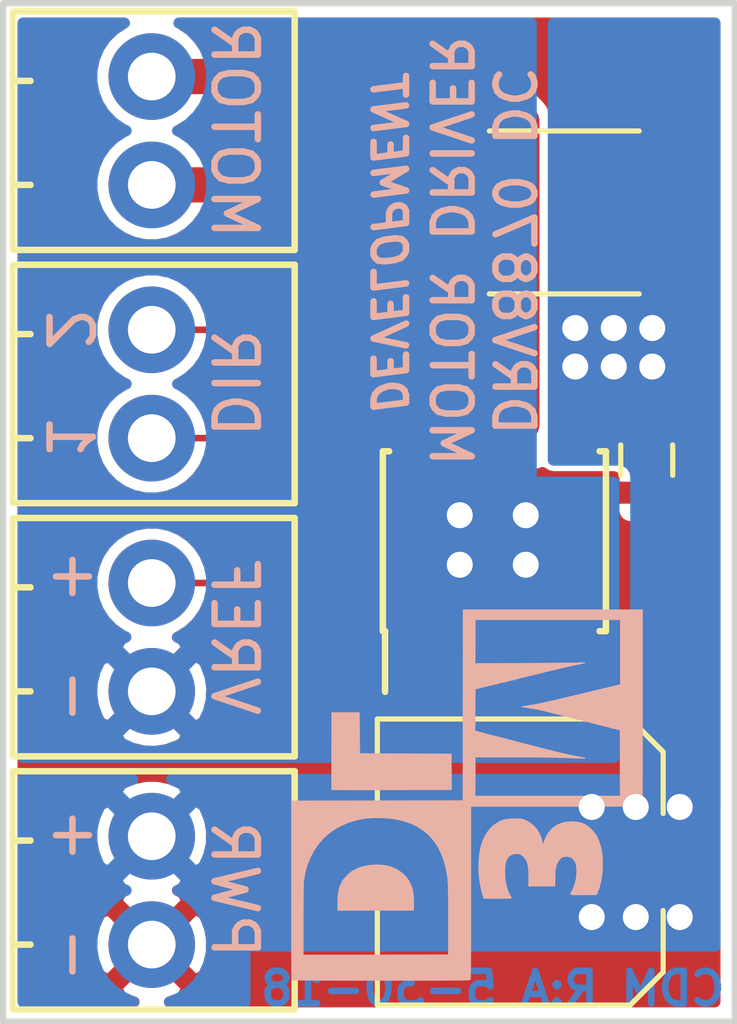
<source format=kicad_pcb>
(kicad_pcb (version 4) (host pcbnew 4.0.5+dfsg1-4)

  (general
    (links 28)
    (no_connects 0)
    (area 155.118999 102.032999 172.160001 125.678001)
    (thickness 1.6)
    (drawings 14)
    (tracks 47)
    (zones 0)
    (modules 19)
    (nets 9)
  )

  (page A4)
  (layers
    (0 F.Cu signal)
    (31 B.Cu signal)
    (32 B.Adhes user)
    (33 F.Adhes user)
    (34 B.Paste user)
    (35 F.Paste user)
    (36 B.SilkS user)
    (37 F.SilkS user)
    (38 B.Mask user)
    (39 F.Mask user)
    (40 Dwgs.User user)
    (41 Cmts.User user)
    (42 Eco1.User user)
    (43 Eco2.User user)
    (44 Edge.Cuts user)
    (45 Margin user)
    (46 B.CrtYd user)
    (47 F.CrtYd user)
    (48 B.Fab user hide)
    (49 F.Fab user hide)
  )

  (setup
    (last_trace_width 0.1524)
    (user_trace_width 0.4064)
    (user_trace_width 0.8128)
    (trace_clearance 0.1524)
    (zone_clearance 0.254)
    (zone_45_only no)
    (trace_min 0.1524)
    (segment_width 0.2)
    (edge_width 0.15)
    (via_size 0.6)
    (via_drill 0.4)
    (via_min_size 0.4)
    (via_min_drill 0.3)
    (user_via 0.8 0.6)
    (uvia_size 0.3)
    (uvia_drill 0.1)
    (uvias_allowed no)
    (uvia_min_size 0)
    (uvia_min_drill 0)
    (pcb_text_width 0.3)
    (pcb_text_size 1.5 1.5)
    (mod_edge_width 0.15)
    (mod_text_size 1 1)
    (mod_text_width 0.15)
    (pad_size 0.8 0.8)
    (pad_drill 0.6)
    (pad_to_mask_clearance 0.0508)
    (aux_axis_origin 0 0)
    (visible_elements FFFEFF7F)
    (pcbplotparams
      (layerselection 0x00030_80000001)
      (usegerberextensions false)
      (excludeedgelayer true)
      (linewidth 0.100000)
      (plotframeref false)
      (viasonmask false)
      (mode 1)
      (useauxorigin false)
      (hpglpennumber 1)
      (hpglpenspeed 20)
      (hpglpendiameter 15)
      (hpglpenoverlay 2)
      (psnegative false)
      (psa4output false)
      (plotreference true)
      (plotvalue true)
      (plotinvisibletext false)
      (padsonsilk false)
      (subtractmaskfromsilk false)
      (outputformat 1)
      (mirror false)
      (drillshape 1)
      (scaleselection 1)
      (outputdirectory ""))
  )

  (net 0 "")
  (net 1 VCC)
  (net 2 GND)
  (net 3 IN2)
  (net 4 IN1)
  (net 5 VREF)
  (net 6 OUT1)
  (net 7 OUT2)
  (net 8 "Net-(R1-Pad1)")

  (net_class Default "This is the default net class."
    (clearance 0.1524)
    (trace_width 0.1524)
    (via_dia 0.6)
    (via_drill 0.4)
    (uvia_dia 0.3)
    (uvia_drill 0.1)
    (add_net GND)
    (add_net IN1)
    (add_net IN2)
    (add_net "Net-(R1-Pad1)")
    (add_net OUT1)
    (add_net OUT2)
    (add_net VCC)
    (add_net VREF)
  )

  (module "MOD:GND VIA" (layer F.Cu) (tedit 5B0F04BD) (tstamp 5B0F04D2)
    (at 167.259 113.792)
    (fp_text reference "" (at 0 0) (layer F.SilkS)
      (effects (font (thickness 0.15)))
    )
    (fp_text value "" (at 0 0) (layer F.SilkS)
      (effects (font (thickness 0.15)))
    )
    (pad 1 thru_hole circle (at 0 1.27) (size 0.8 0.8) (drill 0.6) (layers *.Cu)
      (net 2 GND) (zone_connect 2))
  )

  (module "MOD:GND VIA" (layer F.Cu) (tedit 5B0F04BD) (tstamp 5B0F04CE)
    (at 165.734999 113.792)
    (fp_text reference "" (at 0 0) (layer F.SilkS)
      (effects (font (thickness 0.15)))
    )
    (fp_text value "" (at 0 0) (layer F.SilkS)
      (effects (font (thickness 0.15)))
    )
    (pad 1 thru_hole circle (at 0 1.27) (size 0.8 0.8) (drill 0.6) (layers *.Cu)
      (net 2 GND) (zone_connect 2))
  )

  (module "MOD:GND VIA" (layer F.Cu) (tedit 5B0F04BD) (tstamp 5B0F04CA)
    (at 165.735 112.649)
    (fp_text reference "" (at 0 0) (layer F.SilkS)
      (effects (font (thickness 0.15)))
    )
    (fp_text value "" (at 0 0) (layer F.SilkS)
      (effects (font (thickness 0.15)))
    )
    (pad 1 thru_hole circle (at 0 1.27) (size 0.8 0.8) (drill 0.6) (layers *.Cu)
      (net 2 GND) (zone_connect 2))
  )

  (module "MOD:GND VIA" (layer F.Cu) (tedit 5B0F04BD) (tstamp 5B0F04B8)
    (at 167.259 112.649)
    (fp_text reference "" (at 0 0) (layer F.SilkS)
      (effects (font (thickness 0.15)))
    )
    (fp_text value "" (at 0 0) (layer F.SilkS)
      (effects (font (thickness 0.15)))
    )
    (pad 1 thru_hole circle (at 0 1.27) (size 0.8 0.8) (drill 0.6) (layers *.Cu)
      (net 2 GND) (zone_connect 2))
  )

  (module Housings_SOIC:HTSOP-8-1EP_3.9x4.9mm_Pitch1.27mm (layer F.Cu) (tedit 5B0F03D5) (tstamp 5B0EF6A5)
    (at 166.534999 114.519 90)
    (tags "HTSOP 1.27")
    (path /5B0EF188)
    (attr smd)
    (fp_text reference U1 (at 0 -3.5 90) (layer F.SilkS) hide
      (effects (font (size 1 1) (thickness 0.15)))
    )
    (fp_text value DRV8870 (at 0 3.5 90) (layer F.Fab)
      (effects (font (size 1 1) (thickness 0.15)))
    )
    (fp_text user %R (at 0 0 90) (layer F.Fab)
      (effects (font (size 0.9 0.9) (thickness 0.135)))
    )
    (fp_line (start -0.95 -2.45) (end 1.95 -2.45) (layer F.Fab) (width 0.15))
    (fp_line (start 1.95 -2.45) (end 1.95 2.45) (layer F.Fab) (width 0.15))
    (fp_line (start 1.95 2.45) (end -1.95 2.45) (layer F.Fab) (width 0.15))
    (fp_line (start -1.95 2.45) (end -1.95 -1.45) (layer F.Fab) (width 0.15))
    (fp_line (start -1.95 -1.45) (end -0.95 -2.45) (layer F.Fab) (width 0.15))
    (fp_line (start -3.75 -2.75) (end -3.75 2.75) (layer F.CrtYd) (width 0.05))
    (fp_line (start 3.75 -2.75) (end 3.75 2.75) (layer F.CrtYd) (width 0.05))
    (fp_line (start -3.75 -2.75) (end 3.75 -2.75) (layer F.CrtYd) (width 0.05))
    (fp_line (start -3.75 2.75) (end 3.75 2.75) (layer F.CrtYd) (width 0.05))
    (fp_line (start -2.075 -2.575) (end -2.075 -2.525) (layer F.SilkS) (width 0.15))
    (fp_line (start 2.075 -2.575) (end 2.075 -2.43) (layer F.SilkS) (width 0.15))
    (fp_line (start 2.075 2.575) (end 2.075 2.43) (layer F.SilkS) (width 0.15))
    (fp_line (start -2.075 2.575) (end -2.075 2.43) (layer F.SilkS) (width 0.15))
    (fp_line (start -2.075 -2.575) (end 2.075 -2.575) (layer F.SilkS) (width 0.15))
    (fp_line (start -2.075 2.575) (end 2.075 2.575) (layer F.SilkS) (width 0.15))
    (fp_line (start -2.075 -2.525) (end -3.475 -2.525) (layer F.SilkS) (width 0.15))
    (pad 1 smd rect (at -2.7 -1.905 90) (size 1.55 0.6) (layers F.Cu F.Paste F.Mask)
      (net 2 GND) (zone_connect 2))
    (pad 2 smd rect (at -2.7 -0.635 90) (size 1.55 0.6) (layers F.Cu F.Paste F.Mask)
      (net 3 IN2))
    (pad 3 smd rect (at -2.7 0.635 90) (size 1.55 0.6) (layers F.Cu F.Paste F.Mask)
      (net 4 IN1))
    (pad 4 smd rect (at -2.7 1.905 90) (size 1.55 0.6) (layers F.Cu F.Paste F.Mask)
      (net 5 VREF))
    (pad 5 smd rect (at 2.7 1.905 90) (size 1.55 0.6) (layers F.Cu F.Paste F.Mask)
      (net 1 VCC) (zone_connect 2))
    (pad 6 smd rect (at 2.7 0.635 90) (size 1.55 0.6) (layers F.Cu F.Paste F.Mask)
      (net 6 OUT1))
    (pad 7 smd rect (at 2.7 -0.635 90) (size 1.55 0.6) (layers F.Cu F.Paste F.Mask)
      (net 8 "Net-(R1-Pad1)"))
    (pad 8 smd rect (at 2.7 -1.905 90) (size 1.55 0.6) (layers F.Cu F.Paste F.Mask)
      (net 7 OUT2))
    (pad 9 smd rect (at 0.6 0.8 90) (size 1.2 1.6) (layers F.Cu F.Paste F.Mask)
      (net 2 GND) (solder_paste_margin_ratio -0.2) (zone_connect 2))
    (pad 9 smd rect (at 0.6 -0.8 90) (size 1.2 1.6) (layers F.Cu F.Paste F.Mask)
      (net 2 GND) (solder_paste_margin_ratio -0.2) (zone_connect 2))
    (pad 9 smd rect (at -0.6 0.8 90) (size 1.2 1.6) (layers F.Cu F.Paste F.Mask)
      (net 2 GND) (solder_paste_margin_ratio -0.2) (zone_connect 2))
    (pad 9 smd rect (at -0.6 -0.8 90) (size 1.2 1.6) (layers F.Cu F.Paste F.Mask)
      (net 2 GND) (solder_paste_margin_ratio -0.2) (zone_connect 2))
    (model ${KISYS3DMOD}/Housings_SOIC.3dshapes/HTSOP-8-1EP_3.9x4.9mm_Pitch1.27mm.wrl
      (at (xyz 0 0 0))
      (scale (xyz 1 1 1))
      (rotate (xyz 0 0 0))
    )
  )

  (module "MOD:GND VIA" (layer F.Cu) (tedit 5B0EFC24) (tstamp 5B0EFC40)
    (at 168.402 108.331)
    (fp_text reference "" (at 0 0) (layer F.SilkS)
      (effects (font (thickness 0.15)))
    )
    (fp_text value "" (at 0 0) (layer F.SilkS)
      (effects (font (thickness 0.15)))
    )
    (pad 1 thru_hole circle (at 0 1.27) (size 0.8 0.8) (drill 0.6) (layers *.Cu)
      (net 1 VCC) (zone_connect 2))
  )

  (module "MOD:GND VIA" (layer F.Cu) (tedit 5B0EFC24) (tstamp 5B0EFC3C)
    (at 168.402 109.22)
    (fp_text reference "" (at 0 0) (layer F.SilkS)
      (effects (font (thickness 0.15)))
    )
    (fp_text value "" (at 0 0) (layer F.SilkS)
      (effects (font (thickness 0.15)))
    )
    (pad 1 thru_hole circle (at 0 1.27) (size 0.8 0.8) (drill 0.6) (layers *.Cu)
      (net 1 VCC) (zone_connect 2))
  )

  (module "MOD:GND VIA" (layer F.Cu) (tedit 5B0EFC24) (tstamp 5B0EFC38)
    (at 170.18 109.22)
    (fp_text reference "" (at 0 0) (layer F.SilkS)
      (effects (font (thickness 0.15)))
    )
    (fp_text value "" (at 0 0) (layer F.SilkS)
      (effects (font (thickness 0.15)))
    )
    (pad 1 thru_hole circle (at 0 1.27) (size 0.8 0.8) (drill 0.6) (layers *.Cu)
      (net 1 VCC) (zone_connect 2))
  )

  (module "MOD:GND VIA" (layer F.Cu) (tedit 5B0EFC24) (tstamp 5B0EFC34)
    (at 170.18 108.331)
    (fp_text reference "" (at 0 0) (layer F.SilkS)
      (effects (font (thickness 0.15)))
    )
    (fp_text value "" (at 0 0) (layer F.SilkS)
      (effects (font (thickness 0.15)))
    )
    (pad 1 thru_hole circle (at 0 1.27) (size 0.8 0.8) (drill 0.6) (layers *.Cu)
      (net 1 VCC) (zone_connect 2))
  )

  (module "MOD:GND VIA" (layer F.Cu) (tedit 5B0EFC24) (tstamp 5B0EFC30)
    (at 169.291 109.22)
    (fp_text reference "" (at 0 0) (layer F.SilkS)
      (effects (font (thickness 0.15)))
    )
    (fp_text value "" (at 0 0) (layer F.SilkS)
      (effects (font (thickness 0.15)))
    )
    (pad 1 thru_hole circle (at 0 1.27) (size 0.8 0.8) (drill 0.6) (layers *.Cu)
      (net 1 VCC) (zone_connect 2))
  )

  (module "MOD:GND VIA" (layer F.Cu) (tedit 5B0EFC24) (tstamp 5B0EFBF8)
    (at 169.291 108.331)
    (fp_text reference "" (at 0 0) (layer F.SilkS)
      (effects (font (thickness 0.15)))
    )
    (fp_text value "" (at 0 0) (layer F.SilkS)
      (effects (font (thickness 0.15)))
    )
    (pad 1 thru_hole circle (at 0 1.27) (size 0.8 0.8) (drill 0.6) (layers *.Cu)
      (net 1 VCC) (zone_connect 2))
  )

  (module Capacitors_SMD:CP_Elec_6.3x7.7 (layer F.Cu) (tedit 5B0EF6B1) (tstamp 5B0EF671)
    (at 167.132 121.92 180)
    (descr "SMT capacitor, aluminium electrolytic, 6.3x7.7")
    (path /5B0F0001)
    (attr smd)
    (fp_text reference C1 (at 0 4.43 180) (layer F.SilkS) hide
      (effects (font (size 1 1) (thickness 0.15)))
    )
    (fp_text value 47u (at 0 -4.43 180) (layer F.Fab)
      (effects (font (size 1 1) (thickness 0.15)))
    )
    (fp_circle (center 0 0) (end 0.5 3) (layer F.Fab) (width 0.1))
    (fp_text user + (at -1.73 -0.08 180) (layer F.Fab)
      (effects (font (size 1 1) (thickness 0.15)))
    )
    (fp_text user + (at -4.28 2.91 180) (layer F.SilkS) hide
      (effects (font (size 1 1) (thickness 0.15)))
    )
    (fp_text user %R (at 0 4.43 180) (layer F.Fab) hide
      (effects (font (size 1 1) (thickness 0.15)))
    )
    (fp_line (start 3.15 3.15) (end 3.15 -3.15) (layer F.Fab) (width 0.1))
    (fp_line (start -2.48 3.15) (end 3.15 3.15) (layer F.Fab) (width 0.1))
    (fp_line (start -3.15 2.48) (end -2.48 3.15) (layer F.Fab) (width 0.1))
    (fp_line (start -3.15 -2.48) (end -3.15 2.48) (layer F.Fab) (width 0.1))
    (fp_line (start -2.48 -3.15) (end -3.15 -2.48) (layer F.Fab) (width 0.1))
    (fp_line (start 3.15 -3.15) (end -2.48 -3.15) (layer F.Fab) (width 0.1))
    (fp_line (start -3.3 2.54) (end -3.3 1.12) (layer F.SilkS) (width 0.12))
    (fp_line (start 3.3 3.3) (end 3.3 1.12) (layer F.SilkS) (width 0.12))
    (fp_line (start 3.3 -3.3) (end 3.3 -1.12) (layer F.SilkS) (width 0.12))
    (fp_line (start -3.3 -2.54) (end -3.3 -1.12) (layer F.SilkS) (width 0.12))
    (fp_line (start 3.3 3.3) (end -2.54 3.3) (layer F.SilkS) (width 0.12))
    (fp_line (start -2.54 3.3) (end -3.3 2.54) (layer F.SilkS) (width 0.12))
    (fp_line (start -3.3 -2.54) (end -2.54 -3.3) (layer F.SilkS) (width 0.12))
    (fp_line (start -2.54 -3.3) (end 3.3 -3.3) (layer F.SilkS) (width 0.12))
    (fp_line (start -4.7 -3.4) (end 4.7 -3.4) (layer F.CrtYd) (width 0.05))
    (fp_line (start -4.7 -3.4) (end -4.7 3.4) (layer F.CrtYd) (width 0.05))
    (fp_line (start 4.7 3.4) (end 4.7 -3.4) (layer F.CrtYd) (width 0.05))
    (fp_line (start 4.7 3.4) (end -4.7 3.4) (layer F.CrtYd) (width 0.05))
    (pad 1 smd rect (at -2.7 0) (size 3.5 1.6) (layers F.Cu F.Paste F.Mask)
      (net 1 VCC))
    (pad 2 smd rect (at 2.7 0) (size 3.5 1.6) (layers F.Cu F.Paste F.Mask)
      (net 2 GND))
    (model Capacitors_SMD.3dshapes/CP_Elec_6.3x7.7.wrl
      (at (xyz 0 0 0))
      (scale (xyz 1 1 1))
      (rotate (xyz 0 0 180))
    )
  )

  (module Capacitors_SMD:C_0603 (layer F.Cu) (tedit 5B0F0387) (tstamp 5B0EF677)
    (at 170.053 112.649 90)
    (descr "Capacitor SMD 0603, reflow soldering, AVX (see smccp.pdf)")
    (tags "capacitor 0603")
    (path /5B0EFF2E)
    (attr smd)
    (fp_text reference C2 (at 0 -1.5 90) (layer F.SilkS) hide
      (effects (font (size 1 1) (thickness 0.15)))
    )
    (fp_text value 0.1u (at 0 1.5 90) (layer F.Fab)
      (effects (font (size 1 1) (thickness 0.15)))
    )
    (fp_line (start 1.4 0.65) (end -1.4 0.65) (layer F.CrtYd) (width 0.05))
    (fp_line (start 1.4 0.65) (end 1.4 -0.65) (layer F.CrtYd) (width 0.05))
    (fp_line (start -1.4 -0.65) (end -1.4 0.65) (layer F.CrtYd) (width 0.05))
    (fp_line (start -1.4 -0.65) (end 1.4 -0.65) (layer F.CrtYd) (width 0.05))
    (fp_line (start 0.35 0.6) (end -0.35 0.6) (layer F.SilkS) (width 0.12))
    (fp_line (start -0.35 -0.6) (end 0.35 -0.6) (layer F.SilkS) (width 0.12))
    (fp_line (start -0.8 -0.4) (end 0.8 -0.4) (layer F.Fab) (width 0.1))
    (fp_line (start 0.8 -0.4) (end 0.8 0.4) (layer F.Fab) (width 0.1))
    (fp_line (start 0.8 0.4) (end -0.8 0.4) (layer F.Fab) (width 0.1))
    (fp_line (start -0.8 0.4) (end -0.8 -0.4) (layer F.Fab) (width 0.1))
    (fp_text user %R (at 0 0 90) (layer F.Fab)
      (effects (font (size 0.3 0.3) (thickness 0.075)))
    )
    (pad 2 smd rect (at 0.75 0 90) (size 0.8 0.75) (layers F.Cu F.Paste F.Mask)
      (net 1 VCC) (zone_connect 1))
    (pad 1 smd rect (at -0.75 0 90) (size 0.8 0.75) (layers F.Cu F.Paste F.Mask)
      (net 2 GND) (zone_connect 1))
    (model Capacitors_SMD.3dshapes/C_0603.wrl
      (at (xyz 0 0 0))
      (scale (xyz 1 1 1))
      (rotate (xyz 0 0 0))
    )
  )

  (module MOD:100MIL_ST (layer F.Cu) (tedit 5B0CA95B) (tstamp 5B0EF67D)
    (at 161.923 119.825 270)
    (path /5B0EF430)
    (fp_text reference P1 (at 1.6 2.54 270) (layer F.SilkS) hide
      (effects (font (size 1 1) (thickness 0.15)))
    )
    (fp_text value PWR (at 1.6 5.08 270) (layer F.Fab)
      (effects (font (size 1 1) (thickness 0.15)))
    )
    (fp_line (start 4 6.5) (end 4 6.1) (layer F.SilkS) (width 0.15))
    (fp_line (start 0 0) (end 5.5 0) (layer F.SilkS) (width 0.15))
    (fp_line (start 5.5 0) (end 5.5 6.5) (layer F.SilkS) (width 0.15))
    (fp_line (start 0 0) (end 0 6.5) (layer F.SilkS) (width 0.15))
    (fp_line (start 0 6.5) (end 5.5 6.5) (layer F.SilkS) (width 0.15))
    (fp_line (start 1.6 6.5) (end 1.6 6.1) (layer F.SilkS) (width 0.15))
    (pad 1 thru_hole circle (at 1.5 3.3 270) (size 2 2) (drill 1.1) (layers *.Cu *.Mask)
      (net 1 VCC))
    (pad 2 thru_hole circle (at 4 3.3 270) (size 2 2) (drill 1.1) (layers *.Cu *.Mask)
      (net 2 GND))
  )

  (module MOD:100MIL_ST (layer F.Cu) (tedit 5B0CA95B) (tstamp 5B0EF683)
    (at 161.923 108.140999 270)
    (path /5B0EF59E)
    (fp_text reference P2 (at 1.6 2.54 270) (layer F.SilkS) hide
      (effects (font (size 1 1) (thickness 0.15)))
    )
    (fp_text value DIR (at 1.6 5.08 270) (layer F.Fab)
      (effects (font (size 1 1) (thickness 0.15)))
    )
    (fp_line (start 4 6.5) (end 4 6.1) (layer F.SilkS) (width 0.15))
    (fp_line (start 0 0) (end 5.5 0) (layer F.SilkS) (width 0.15))
    (fp_line (start 5.5 0) (end 5.5 6.5) (layer F.SilkS) (width 0.15))
    (fp_line (start 0 0) (end 0 6.5) (layer F.SilkS) (width 0.15))
    (fp_line (start 0 6.5) (end 5.5 6.5) (layer F.SilkS) (width 0.15))
    (fp_line (start 1.6 6.5) (end 1.6 6.1) (layer F.SilkS) (width 0.15))
    (pad 1 thru_hole circle (at 1.5 3.3 270) (size 2 2) (drill 1.1) (layers *.Cu *.Mask)
      (net 3 IN2))
    (pad 2 thru_hole circle (at 4 3.3 270) (size 2 2) (drill 1.1) (layers *.Cu *.Mask)
      (net 4 IN1))
  )

  (module MOD:100MIL_ST (layer F.Cu) (tedit 5B0CA95B) (tstamp 5B0EF689)
    (at 161.923 113.982999 270)
    (path /5B0EF5D8)
    (fp_text reference P3 (at 1.6 2.54 270) (layer F.SilkS) hide
      (effects (font (size 1 1) (thickness 0.15)))
    )
    (fp_text value VREF (at 1.6 5.08 270) (layer F.Fab)
      (effects (font (size 1 1) (thickness 0.15)))
    )
    (fp_line (start 4 6.5) (end 4 6.1) (layer F.SilkS) (width 0.15))
    (fp_line (start 0 0) (end 5.5 0) (layer F.SilkS) (width 0.15))
    (fp_line (start 5.5 0) (end 5.5 6.5) (layer F.SilkS) (width 0.15))
    (fp_line (start 0 0) (end 0 6.5) (layer F.SilkS) (width 0.15))
    (fp_line (start 0 6.5) (end 5.5 6.5) (layer F.SilkS) (width 0.15))
    (fp_line (start 1.6 6.5) (end 1.6 6.1) (layer F.SilkS) (width 0.15))
    (pad 1 thru_hole circle (at 1.5 3.3 270) (size 2 2) (drill 1.1) (layers *.Cu *.Mask)
      (net 5 VREF))
    (pad 2 thru_hole circle (at 4 3.3 270) (size 2 2) (drill 1.1) (layers *.Cu *.Mask)
      (net 2 GND))
  )

  (module MOD:100MIL_ST (layer F.Cu) (tedit 5B0CA95B) (tstamp 5B0EF68F)
    (at 161.923 102.298999 270)
    (path /5B0EF1A3)
    (fp_text reference P4 (at 1.6 2.54 270) (layer F.SilkS) hide
      (effects (font (size 1 1) (thickness 0.15)))
    )
    (fp_text value MOTOR (at 1.6 5.08 270) (layer F.Fab)
      (effects (font (size 1 1) (thickness 0.15)))
    )
    (fp_line (start 4 6.5) (end 4 6.1) (layer F.SilkS) (width 0.15))
    (fp_line (start 0 0) (end 5.5 0) (layer F.SilkS) (width 0.15))
    (fp_line (start 5.5 0) (end 5.5 6.5) (layer F.SilkS) (width 0.15))
    (fp_line (start 0 0) (end 0 6.5) (layer F.SilkS) (width 0.15))
    (fp_line (start 0 6.5) (end 5.5 6.5) (layer F.SilkS) (width 0.15))
    (fp_line (start 1.6 6.5) (end 1.6 6.1) (layer F.SilkS) (width 0.15))
    (pad 1 thru_hole circle (at 1.5 3.3 270) (size 2 2) (drill 1.1) (layers *.Cu *.Mask)
      (net 6 OUT1))
    (pad 2 thru_hole circle (at 4 3.3 270) (size 2 2) (drill 1.1) (layers *.Cu *.Mask)
      (net 7 OUT2))
  )

  (module Resistors_SMD:R_1812 (layer F.Cu) (tedit 5B0F0299) (tstamp 5B0EFEFE)
    (at 168.148 106.934)
    (descr "Resistor SMD 1812, flow soldering, Panasonic (see ERJ12)")
    (tags "resistor 1812")
    (path /5B0EF221)
    (attr smd)
    (fp_text reference R1 (at 0 -2.72) (layer F.SilkS) hide
      (effects (font (size 1 1) (thickness 0.15)))
    )
    (fp_text value 0.1 (at 0 2.85) (layer F.Fab)
      (effects (font (size 1 1) (thickness 0.15)))
    )
    (fp_text user %R (at 0 0) (layer F.Fab)
      (effects (font (size 1 1) (thickness 0.15)))
    )
    (fp_line (start -2.25 1.6) (end -2.25 -1.6) (layer F.Fab) (width 0.1))
    (fp_line (start 2.25 1.6) (end -2.25 1.6) (layer F.Fab) (width 0.1))
    (fp_line (start 2.25 -1.6) (end 2.25 1.6) (layer F.Fab) (width 0.1))
    (fp_line (start -2.25 -1.6) (end 2.25 -1.6) (layer F.Fab) (width 0.1))
    (fp_line (start -1.73 1.88) (end 1.73 1.88) (layer F.SilkS) (width 0.12))
    (fp_line (start -1.73 -1.88) (end 1.73 -1.88) (layer F.SilkS) (width 0.12))
    (fp_line (start -3.49 -2) (end 3.49 -2) (layer F.CrtYd) (width 0.05))
    (fp_line (start -3.49 -2) (end -3.49 2) (layer F.CrtYd) (width 0.05))
    (fp_line (start 3.49 2) (end 3.49 -2) (layer F.CrtYd) (width 0.05))
    (fp_line (start 3.49 2) (end -3.49 2) (layer F.CrtYd) (width 0.05))
    (pad 1 smd rect (at -2.44 0) (size 1.6 3.5) (layers F.Cu F.Paste F.Mask)
      (net 8 "Net-(R1-Pad1)"))
    (pad 2 smd rect (at 2.44 0) (size 1.6 3.5) (layers F.Cu F.Paste F.Mask)
      (net 2 GND) (zone_connect 2))
    (model ${KISYS3DMOD}/Resistors_SMD.3dshapes/R_1812.wrl
      (at (xyz 0 0 0))
      (scale (xyz 1 1 1))
      (rotate (xyz 0 0 0))
    )
  )

  (module MOD:3MDL (layer B.Cu) (tedit 0) (tstamp 5B3A21E5)
    (at 165.862 120.396 90)
    (fp_text reference G*** (at 0 0 90) (layer B.SilkS) hide
      (effects (font (thickness 0.3)) (justify mirror))
    )
    (fp_text value LOGO (at 0.75 0 90) (layer B.SilkS) hide
      (effects (font (thickness 0.3)) (justify mirror))
    )
    (fp_poly (pts (xy 4.29768 2.021864) (xy 4.297679 -0.050753) (xy 2.0955 -0.053316) (xy -0.10668 -0.05588)
      (xy -0.111812 -4.0132) (xy -2.177653 -4.0132) (xy -2.381079 -4.013167) (xy -2.579095 -4.01307)
      (xy -2.770742 -4.012914) (xy -2.955064 -4.0127) (xy -3.1311 -4.012431) (xy -3.297894 -4.012112)
      (xy -3.454487 -4.011745) (xy -3.599922 -4.011333) (xy -3.733239 -4.01088) (xy -3.853482 -4.010388)
      (xy -3.959691 -4.00986) (xy -4.050909 -4.009301) (xy -4.126178 -4.008712) (xy -4.18454 -4.008098)
      (xy -4.225036 -4.00746) (xy -4.246708 -4.006803) (xy -4.250267 -4.006426) (xy -4.250936 -3.99575)
      (xy -4.251586 -3.965714) (xy -4.252215 -3.917279) (xy -4.25282 -3.851405) (xy -4.253398 -3.769054)
      (xy -4.253566 -3.73888) (xy -3.667821 -3.73888) (xy -2.857531 -3.738851) (xy -2.687172 -3.738693)
      (xy -2.533017 -3.738236) (xy -2.395593 -3.737487) (xy -2.27543 -3.736453) (xy -2.173054 -3.735138)
      (xy -2.088995 -3.733552) (xy -2.023781 -3.731698) (xy -1.977941 -3.729586) (xy -1.9558 -3.72774)
      (xy -1.774831 -3.696428) (xy -1.599946 -3.647501) (xy -1.432953 -3.581793) (xy -1.275661 -3.500137)
      (xy -1.129875 -3.403366) (xy -0.997404 -3.292313) (xy -0.984666 -3.280172) (xy -0.875919 -3.161597)
      (xy -0.779074 -3.027822) (xy -0.695145 -2.880807) (xy -0.625146 -2.722508) (xy -0.570092 -2.554884)
      (xy -0.538014 -2.41808) (xy -0.519092 -2.292104) (xy -0.508064 -2.153195) (xy -0.504891 -2.00713)
      (xy -0.509538 -1.859684) (xy -0.521967 -1.716634) (xy -0.542141 -1.583756) (xy -0.543411 -1.577181)
      (xy -0.583523 -1.409782) (xy -0.635751 -1.257676) (xy -0.700881 -1.119287) (xy -0.779703 -0.993038)
      (xy -0.873005 -0.877354) (xy -0.915811 -0.832426) (xy -1.033109 -0.72895) (xy -1.164546 -0.639483)
      (xy -1.31037 -0.563903) (xy -1.47083 -0.502086) (xy -1.646175 -0.453908) (xy -1.700316 -0.442375)
      (xy -1.745581 -0.433438) (xy -1.787309 -0.425606) (xy -1.827132 -0.418804) (xy -1.866681 -0.412961)
      (xy -1.907587 -0.408004) (xy -1.951482 -0.40386) (xy -1.999996 -0.400457) (xy -2.054761 -0.397722)
      (xy -2.117409 -0.395582) (xy -2.189571 -0.393964) (xy -2.272878 -0.392797) (xy -2.368961 -0.392006)
      (xy -2.479452 -0.39152) (xy -2.605981 -0.391266) (xy -2.750181 -0.39117) (xy -2.84988 -0.39116)
      (xy -3.66268 -0.39116) (xy -3.665251 -2.06502) (xy -3.667821 -3.73888) (xy -4.253566 -3.73888)
      (xy -4.253944 -3.671184) (xy -4.254457 -3.558758) (xy -4.254933 -3.432735) (xy -4.255369 -3.294075)
      (xy -4.255762 -3.14374) (xy -4.256108 -2.98269) (xy -4.256404 -2.811885) (xy -4.256648 -2.632285)
      (xy -4.256836 -2.444852) (xy -4.256965 -2.250545) (xy -4.257031 -2.050325) (xy -4.25704 -1.943946)
      (xy -4.257028 -1.701542) (xy -4.256988 -1.478658) (xy -4.256913 -1.274494) (xy -4.256798 -1.088251)
      (xy -4.256638 -0.919128) (xy -4.256425 -0.766326) (xy -4.256154 -0.629045) (xy -4.255819 -0.506485)
      (xy -4.255415 -0.397846) (xy -4.254935 -0.302328) (xy -4.254373 -0.219132) (xy -4.253724 -0.147457)
      (xy -4.252981 -0.086505) (xy -4.252139 -0.035474) (xy -4.251191 0.006435) (xy -4.250132 0.040022)
      (xy -4.248956 0.066086) (xy -4.247656 0.085428) (xy -4.246228 0.098847) (xy -4.244665 0.107143)
      (xy -4.24296 0.111117) (xy -4.2418 0.11176) (xy -4.22828 0.117247) (xy -4.22656 0.12192)
      (xy -4.216408 0.123307) (xy -4.185979 0.124593) (xy -4.135319 0.125777) (xy -4.064469 0.126861)
      (xy -3.973475 0.127843) (xy -3.86238 0.128723) (xy -3.731228 0.129502) (xy -3.580063 0.130178)
      (xy -3.408927 0.130752) (xy -3.217866 0.131224) (xy -3.006923 0.131593) (xy -2.776141 0.131858)
      (xy -2.525565 0.132021) (xy -2.255237 0.13208) (xy -0.24384 0.13208) (xy -0.24384 0.221151)
      (xy 0 0.221151) (xy 0.02286 0.227277) (xy 0.037697 0.228596) (xy 0.070596 0.229825)
      (xy 0.119297 0.230931) (xy 0.18154 0.231883) (xy 0.255067 0.232649) (xy 0.337619 0.233197)
      (xy 0.426937 0.233497) (xy 0.4699 0.233542) (xy 0.89408 0.23368) (xy 0.893924 1.08966)
      (xy 0.893571 1.325077) (xy 0.892604 1.541891) (xy 0.891025 1.739815) (xy 0.88884 1.918563)
      (xy 0.88605 2.077847) (xy 0.88266 2.21738) (xy 0.878873 2.33172) (xy 0.874774 2.437952)
      (xy 0.871414 2.525651) (xy 0.868765 2.596593) (xy 0.866796 2.652552) (xy 0.86548 2.695301)
      (xy 0.864787 2.726615) (xy 0.864687 2.748267) (xy 0.865151 2.762031) (xy 0.86615 2.769682)
      (xy 0.867654 2.772993) (xy 0.869636 2.773739) (xy 0.87159 2.77368) (xy 0.875668 2.764152)
      (xy 0.882597 2.737489) (xy 0.891742 2.696578) (xy 0.902473 2.644304) (xy 0.914156 2.583553)
      (xy 0.918907 2.55778) (xy 0.927774 2.509954) (xy 0.936895 2.462758) (xy 0.946637 2.414681)
      (xy 0.957368 2.364208) (xy 0.969454 2.309827) (xy 0.983262 2.250025) (xy 0.99916 2.183288)
      (xy 1.017513 2.108103) (xy 1.03869 2.022958) (xy 1.063057 1.926339) (xy 1.090981 1.816733)
      (xy 1.122828 1.692627) (xy 1.158966 1.552508) (xy 1.199763 1.394862) (xy 1.217643 1.32588)
      (xy 1.246391 1.214975) (xy 1.275416 1.102925) (xy 1.303979 0.992591) (xy 1.331341 0.886833)
      (xy 1.356762 0.788512) (xy 1.379501 0.700488) (xy 1.39882 0.625621) (xy 1.413978 0.566772)
      (xy 1.417333 0.55372) (xy 1.434814 0.485918) (xy 1.45149 0.42168) (xy 1.4664 0.364674)
      (xy 1.478582 0.318569) (xy 1.487075 0.287035) (xy 1.489202 0.2794) (xy 1.503644 0.2286)
      (xy 2.463448 0.233076) (xy 2.500305 0.383238) (xy 2.512259 0.432009) (xy 2.528043 0.496499)
      (xy 2.546673 0.572687) (xy 2.567165 0.65655) (xy 2.588538 0.744066) (xy 2.609807 0.831213)
      (xy 2.61523 0.85344) (xy 2.637576 0.945) (xy 2.661421 1.042612) (xy 2.685523 1.141198)
      (xy 2.708639 1.235682) (xy 2.729529 1.320987) (xy 2.74695 1.392037) (xy 2.748169 1.397)
      (xy 2.788287 1.560507) (xy 2.823869 1.705745) (xy 2.85526 1.834171) (xy 2.882801 1.947241)
      (xy 2.906837 2.046413) (xy 2.927711 2.133143) (xy 2.945765 2.208888) (xy 2.961344 2.275104)
      (xy 2.97479 2.333249) (xy 2.986446 2.38478) (xy 2.996657 2.431152) (xy 3.005765 2.473823)
      (xy 3.014113 2.51425) (xy 3.022045 2.553889) (xy 3.028265 2.58572) (xy 3.039726 2.642869)
      (xy 3.050563 2.693236) (xy 3.059971 2.733345) (xy 3.067142 2.759722) (xy 3.070725 2.7686)
      (xy 3.074028 2.76354) (xy 3.075711 2.740981) (xy 3.075682 2.703691) (xy 3.074219 2.66192)
      (xy 3.073438 2.636312) (xy 3.072582 2.591832) (xy 3.071665 2.529927) (xy 3.0707 2.452046)
      (xy 3.0697 2.359638) (xy 3.068678 2.254148) (xy 3.067647 2.137027) (xy 3.066621 2.009721)
      (xy 3.065613 1.873678) (xy 3.064635 1.730347) (xy 3.063701 1.581174) (xy 3.062824 1.427609)
      (xy 3.062585 1.382893) (xy 3.056457 0.220705) (xy 3.080168 0.227054) (xy 3.094902 0.228341)
      (xy 3.127844 0.229547) (xy 3.176884 0.230643) (xy 3.239911 0.231604) (xy 3.314812 0.232402)
      (xy 3.399477 0.233009) (xy 3.491794 0.233398) (xy 3.58394 0.233542) (xy 4.064 0.23368)
      (xy 4.064 3.57632) (xy 2.571263 3.57632) (xy 2.560594 3.536698) (xy 2.555696 3.517284)
      (xy 2.546808 3.480795) (xy 2.534575 3.42994) (xy 2.519647 3.367427) (xy 2.502671 3.295966)
      (xy 2.484294 3.218265) (xy 2.473737 3.173478) (xy 2.454585 3.092239) (xy 2.43624 3.014632)
      (xy 2.4194 2.94359) (xy 2.404762 2.882048) (xy 2.393024 2.832938) (xy 2.384881 2.799195)
      (xy 2.382356 2.78892) (xy 2.374748 2.757804) (xy 2.363162 2.709643) (xy 2.348245 2.647179)
      (xy 2.330644 2.573157) (xy 2.311005 2.490317) (xy 2.289976 2.401402) (xy 2.268201 2.309156)
      (xy 2.246328 2.216319) (xy 2.225004 2.125635) (xy 2.204875 2.039847) (xy 2.186588 1.961695)
      (xy 2.170789 1.893924) (xy 2.158125 1.839275) (xy 2.149242 1.800491) (xy 2.147609 1.79324)
      (xy 2.140247 1.757959) (xy 2.131002 1.70999) (xy 2.120486 1.652902) (xy 2.109308 1.590266)
      (xy 2.098081 1.525651) (xy 2.087415 1.462626) (xy 2.077921 1.40476) (xy 2.07021 1.355624)
      (xy 2.064893 1.318787) (xy 2.062582 1.297817) (xy 2.062532 1.296247) (xy 2.058592 1.29111)
      (xy 2.057323 1.292091) (xy 2.054147 1.303617) (xy 2.049297 1.331214) (xy 2.043428 1.370765)
      (xy 2.037198 1.418154) (xy 2.03711 1.41886) (xy 2.02752 1.489066) (xy 2.015687 1.561496)
      (xy 2.000978 1.639175) (xy 1.982763 1.725129) (xy 1.960409 1.822383) (xy 1.933285 1.933964)
      (xy 1.911216 2.02184) (xy 1.894522 2.08762) (xy 1.873843 2.169074) (xy 1.8502 2.262186)
      (xy 1.824612 2.362936) (xy 1.798101 2.467308) (xy 1.771687 2.571281) (xy 1.747365 2.667)
      (xy 1.724211 2.758226) (xy 1.701893 2.846358) (xy 1.681076 2.92876) (xy 1.662424 3.002797)
      (xy 1.646599 3.065834) (xy 1.634266 3.115234) (xy 1.626089 3.148362) (xy 1.624558 3.15468)
      (xy 1.615134 3.193179) (xy 1.602033 3.245729) (xy 1.586665 3.306713) (xy 1.570446 3.370509)
      (xy 1.561972 3.4036) (xy 1.51892 3.57124) (xy 0 3.57645) (xy 0 0.221151)
      (xy -0.24384 0.221151) (xy -0.24384 2.09721) (xy -0.243809 2.295708) (xy -0.243717 2.48886)
      (xy -0.243567 2.675678) (xy -0.243362 2.855172) (xy -0.243106 3.026354) (xy -0.242801 3.188235)
      (xy -0.242451 3.339826) (xy -0.242059 3.480138) (xy -0.241627 3.608184) (xy -0.241159 3.722973)
      (xy -0.240658 3.823517) (xy -0.240127 3.908828) (xy -0.239569 3.977917) (xy -0.238987 4.029794)
      (xy -0.238385 4.063472) (xy -0.237764 4.077961) (xy -0.237673 4.07841) (xy -0.235703 4.080213)
      (xy -0.230714 4.081877) (xy -0.221931 4.083408) (xy -0.208582 4.084812) (xy -0.189891 4.086093)
      (xy -0.165085 4.087257) (xy -0.133389 4.08831) (xy -0.094029 4.089257) (xy -0.046231 4.090103)
      (xy 0.010779 4.090855) (xy 0.077775 4.091517) (xy 0.155532 4.092095) (xy 0.244824 4.092595)
      (xy 0.346425 4.093022) (xy 0.461109 4.093381) (xy 0.58965 4.093678) (xy 0.732823 4.093918)
      (xy 0.891402 4.094107) (xy 1.06616 4.094251) (xy 1.257873 4.094355) (xy 1.467314 4.094424)
      (xy 1.695257 4.094463) (xy 1.942477 4.094479) (xy 2.033087 4.09448) (xy 4.29768 4.09448)
      (xy 4.29768 2.021864)) (layer B.SilkS) (width 0.01))
    (fp_poly (pts (xy 0.97028 -0.32004) (xy 0.98044 -2.43332) (xy 1.92532 -2.44348) (xy 1.92532 -3.08356)
      (xy 1.035528 -3.086155) (xy 0.902888 -3.086494) (xy 0.776133 -3.086724) (xy 0.656726 -3.086849)
      (xy 0.546131 -3.086871) (xy 0.445808 -3.086792) (xy 0.357222 -3.086617) (xy 0.281836 -3.086347)
      (xy 0.221112 -3.085985) (xy 0.176513 -3.085533) (xy 0.149501 -3.084996) (xy 0.141448 -3.084462)
      (xy 0.140952 -3.073975) (xy 0.14051 -3.044339) (xy 0.140124 -2.996725) (xy 0.139794 -2.932303)
      (xy 0.139522 -2.852244) (xy 0.139309 -2.757719) (xy 0.139158 -2.6499) (xy 0.139069 -2.529956)
      (xy 0.139043 -2.399058) (xy 0.139083 -2.258378) (xy 0.139189 -2.109086) (xy 0.139364 -1.952352)
      (xy 0.139608 -1.789349) (xy 0.139772 -1.697453) (xy 0.142384 -0.314732) (xy 0.97028 -0.32004)) (layer B.SilkS) (width 0.01))
    (fp_poly (pts (xy -1.465313 3.170739) (xy -1.38111 3.166635) (xy -1.306953 3.159002) (xy -1.237761 3.147158)
      (xy -1.168455 3.130421) (xy -1.09728 3.109173) (xy -0.995119 3.070942) (xy -0.90726 3.025158)
      (xy -0.828128 2.9685) (xy -0.766082 2.911836) (xy -0.699065 2.835522) (xy -0.649261 2.756439)
      (xy -0.615301 2.671138) (xy -0.595815 2.576169) (xy -0.589433 2.468083) (xy -0.589431 2.467005)
      (xy -0.596845 2.347282) (xy -0.619963 2.238941) (xy -0.659515 2.139621) (xy -0.716234 2.046963)
      (xy -0.722357 2.038669) (xy -0.785524 1.969492) (xy -0.863826 1.908368) (xy -0.952726 1.858257)
      (xy -1.047687 1.82212) (xy -1.05918 1.818888) (xy -1.087009 1.809944) (xy -1.104448 1.801606)
      (xy -1.10744 1.798131) (xy -1.098522 1.791619) (xy -1.076392 1.785092) (xy -1.06934 1.783718)
      (xy -0.957627 1.754641) (xy -0.853962 1.708985) (xy -0.760346 1.648375) (xy -0.67878 1.574433)
      (xy -0.611265 1.488783) (xy -0.559803 1.393048) (xy -0.546785 1.359801) (xy -0.537529 1.33136)
      (xy -0.531088 1.303591) (xy -0.526963 1.271857) (xy -0.524656 1.231519) (xy -0.52367 1.177939)
      (xy -0.523514 1.143) (xy -0.525193 1.053604) (xy -0.53125 0.979269) (xy -0.542684 0.915022)
      (xy -0.560492 0.855887) (xy -0.585675 0.796889) (xy -0.597898 0.772483) (xy -0.658538 0.674974)
      (xy -0.733482 0.58975) (xy -0.824074 0.515547) (xy -0.93166 0.451101) (xy -0.94996 0.441896)
      (xy -1.049038 0.398336) (xy -1.150865 0.364404) (xy -1.259149 0.339325) (xy -1.377596 0.322325)
      (xy -1.509911 0.312631) (xy -1.57988 0.310336) (xy -1.639882 0.309322) (xy -1.69527 0.308912)
      (xy -1.74178 0.309099) (xy -1.775147 0.309873) (xy -1.78816 0.310732) (xy -1.814166 0.313732)
      (xy -1.853563 0.318249) (xy -1.899553 0.323503) (xy -1.92024 0.325861) (xy -2.028477 0.341544)
      (xy -2.14072 0.363762) (xy -2.246988 0.390428) (xy -2.28854 0.4028) (xy -2.36728 0.427605)
      (xy -2.36728 0.747203) (xy -2.367025 0.825462) (xy -2.366303 0.89678) (xy -2.365175 0.958733)
      (xy -2.363707 1.008895) (xy -2.361961 1.04484) (xy -2.360001 1.064144) (xy -2.358925 1.0668)
      (xy -2.346212 1.062283) (xy -2.321476 1.050524) (xy -2.294539 1.036454) (xy -2.254074 1.015789)
      (xy -2.21352 0.998193) (xy -2.167722 0.981793) (xy -2.111526 0.964715) (xy -2.05232 0.948423)
      (xy -2.012585 0.938519) (xy -1.975575 0.931288) (xy -1.936485 0.926225) (xy -1.890506 0.922824)
      (xy -1.832829 0.920579) (xy -1.775585 0.919285) (xy -1.717143 0.918686) (xy -1.665979 0.919085)
      (xy -1.625454 0.920382) (xy -1.598928 0.922474) (xy -1.58984 0.924886) (xy -1.57703 0.929814)
      (xy -1.569802 0.928266) (xy -1.552672 0.929505) (xy -1.523488 0.938813) (xy -1.487661 0.953867)
      (xy -1.450598 0.972347) (xy -1.417711 0.99193) (xy -1.4115 0.996208) (xy -1.374435 1.034842)
      (xy -1.34901 1.088829) (xy -1.336026 1.156333) (xy -1.334981 1.171528) (xy -1.336778 1.230557)
      (xy -1.350587 1.278491) (xy -1.379052 1.321615) (xy -1.412321 1.355224) (xy -1.45252 1.38707)
      (xy -1.496741 1.412417) (xy -1.547622 1.43187) (xy -1.607803 1.446034) (xy -1.679923 1.455514)
      (xy -1.766622 1.460914) (xy -1.870538 1.462839) (xy -1.88214 1.462864) (xy -2.0828 1.46304)
      (xy -2.0828 2.071242) (xy -1.9177 2.076508) (xy -1.858224 2.078331) (xy -1.802634 2.079902)
      (xy -1.755557 2.0811) (xy -1.721619 2.081803) (xy -1.710238 2.081935) (xy -1.682323 2.08439)
      (xy -1.663903 2.090332) (xy -1.661276 2.092774) (xy -1.648526 2.098622) (xy -1.64425 2.097008)
      (xy -1.627697 2.095723) (xy -1.611932 2.100435) (xy -1.589681 2.110444) (xy -1.558381 2.124495)
      (xy -1.542909 2.131434) (xy -1.492074 2.16021) (xy -1.450063 2.195597) (xy -1.419728 2.234198)
      (xy -1.403916 2.272617) (xy -1.403097 2.298088) (xy -1.401113 2.31798) (xy -1.396775 2.331111)
      (xy -1.393808 2.348908) (xy -1.398457 2.354219) (xy -1.404661 2.365504) (xy -1.404773 2.385308)
      (xy -1.409311 2.421328) (xy -1.430254 2.45905) (xy -1.464275 2.495329) (xy -1.508047 2.527019)
      (xy -1.558244 2.550974) (xy -1.589817 2.56027) (xy -1.638605 2.567311) (xy -1.700747 2.570616)
      (xy -1.769645 2.570294) (xy -1.838699 2.566453) (xy -1.901311 2.559201) (xy -1.926148 2.554747)
      (xy -1.995244 2.537636) (xy -2.068333 2.514733) (xy -2.138107 2.488614) (xy -2.197255 2.461855)
      (xy -2.2119 2.454051) (xy -2.232813 2.442139) (xy -2.249403 2.433597) (xy -2.262149 2.43026)
      (xy -2.271527 2.433963) (xy -2.278016 2.446541) (xy -2.282092 2.469829) (xy -2.284233 2.505662)
      (xy -2.284917 2.555876) (xy -2.284621 2.622304) (xy -2.283822 2.706783) (xy -2.283612 2.729632)
      (xy -2.28092 3.031023) (xy -2.2479 3.049465) (xy -2.226703 3.060285) (xy -2.215437 3.064046)
      (xy -2.214881 3.063563) (xy -2.206567 3.063486) (xy -2.186357 3.06917) (xy -2.1844 3.069843)
      (xy -2.163297 3.079678) (xy -2.153947 3.088939) (xy -2.15392 3.089316) (xy -2.146514 3.094233)
      (xy -2.139708 3.092709) (xy -2.12322 3.093938) (xy -2.118686 3.098274) (xy -2.107398 3.10539)
      (xy -2.103865 3.104341) (xy -2.089627 3.103718) (xy -2.065252 3.108688) (xy -2.061387 3.109812)
      (xy -2.033602 3.117959) (xy -2.012696 3.12366) (xy -2.01168 3.123909) (xy -1.992906 3.128504)
      (xy -1.963586 3.135747) (xy -1.95072 3.138938) (xy -1.877624 3.153545) (xy -1.792452 3.163776)
      (xy -1.692644 3.169852) (xy -1.575637 3.171991) (xy -1.56464 3.171999) (xy -1.465313 3.170739)) (layer B.SilkS) (width 0.01))
    (fp_poly (pts (xy -2.48158 -1.189033) (xy -2.378762 -1.19063) (xy -2.292082 -1.195507) (xy -2.217515 -1.204454)
      (xy -2.151032 -1.218263) (xy -2.088608 -1.237722) (xy -2.026213 -1.263622) (xy -1.97612 -1.288211)
      (xy -1.899708 -1.337359) (xy -1.826039 -1.40285) (xy -1.758397 -1.480712) (xy -1.700069 -1.566976)
      (xy -1.654341 -1.657671) (xy -1.640477 -1.693826) (xy -1.607315 -1.816518) (xy -1.589285 -1.947137)
      (xy -1.586071 -2.081756) (xy -1.597357 -2.216447) (xy -1.622826 -2.347283) (xy -1.662162 -2.470338)
      (xy -1.71156 -2.575517) (xy -1.746021 -2.628144) (xy -1.791461 -2.684786) (xy -1.842989 -2.740257)
      (xy -1.895713 -2.789372) (xy -1.944741 -2.826943) (xy -1.954575 -2.833162) (xy -2.022759 -2.87024)
      (xy -2.092057 -2.898985) (xy -2.166076 -2.920177) (xy -2.248423 -2.934601) (xy -2.342707 -2.943038)
      (xy -2.452533 -2.94627) (xy -2.4765 -2.946361) (xy -2.6416 -2.9464) (xy -2.6416 -1.18872)
      (xy -2.48158 -1.189033)) (layer B.SilkS) (width 0.01))
    (fp_poly (pts (xy -0.52832 -1.76276) (xy -0.5334 -1.76784) (xy -0.53848 -1.76276) (xy -0.5334 -1.75768)
      (xy -0.52832 -1.76276)) (layer B.SilkS) (width 0.01))
    (fp_poly (pts (xy 2.57048 0.72644) (xy 2.5654 0.72136) (xy 2.56032 0.72644) (xy 2.5654 0.73152)
      (xy 2.57048 0.72644)) (layer B.SilkS) (width 0.01))
    (fp_poly (pts (xy 2.62128 0.9398) (xy 2.6162 0.93472) (xy 2.61112 0.9398) (xy 2.6162 0.94488)
      (xy 2.62128 0.9398)) (layer B.SilkS) (width 0.01))
    (fp_poly (pts (xy 2.67208 1.143) (xy 2.667 1.13792) (xy 2.66192 1.143) (xy 2.667 1.14808)
      (xy 2.67208 1.143)) (layer B.SilkS) (width 0.01))
    (fp_poly (pts (xy 2.01168 1.4986) (xy 2.0066 1.49352) (xy 2.00152 1.4986) (xy 2.0066 1.50368)
      (xy 2.01168 1.4986)) (layer B.SilkS) (width 0.01))
    (fp_poly (pts (xy 0.88392 1.905) (xy 0.87884 1.89992) (xy 0.87376 1.905) (xy 0.87884 1.91008)
      (xy 0.88392 1.905)) (layer B.SilkS) (width 0.01))
    (fp_poly (pts (xy 1.75768 2.5654) (xy 1.7526 2.56032) (xy 1.74752 2.5654) (xy 1.7526 2.57048)
      (xy 1.75768 2.5654)) (layer B.SilkS) (width 0.01))
    (fp_poly (pts (xy 1.70688 2.7686) (xy 1.7018 2.76352) (xy 1.69672 2.7686) (xy 1.7018 2.77368)
      (xy 1.70688 2.7686)) (layer B.SilkS) (width 0.01))
    (fp_poly (pts (xy 1.55448 3.36804) (xy 1.5494 3.36296) (xy 1.54432 3.36804) (xy 1.5494 3.37312)
      (xy 1.55448 3.36804)) (layer B.SilkS) (width 0.01))
  )

  (gr_text DEVELOPMENT (at 164.084 107.696 270) (layer B.SilkS) (tstamp 5B0F06D1)
    (effects (font (size 0.75 0.75) (thickness 0.15) italic) (justify mirror))
  )
  (gr_text "DRV8870 DC\nMOTOR DRIVER" (at 166.243 107.823 270) (layer B.SilkS) (tstamp 5B0F06B9)
    (effects (font (size 0.9 0.9) (thickness 0.15)) (justify mirror))
  )
  (gr_text "CDM R:A 5-30-18" (at 166.497 124.841) (layer B.Cu)
    (effects (font (size 0.75 0.75) (thickness 0.15)) (justify mirror))
  )
  (gr_text "1  2" (at 156.718 110.871 270) (layer B.SilkS) (tstamp 5B0F0633)
    (effects (font (size 1 1) (thickness 0.15)) (justify mirror))
  )
  (gr_text DIR (at 160.528 110.871 270) (layer B.SilkS) (tstamp 5B0F0627)
    (effects (font (size 1 1) (thickness 0.15)) (justify mirror))
  )
  (gr_text MOTOR (at 160.528 105.029 270) (layer B.SilkS) (tstamp 5B0F0619)
    (effects (font (size 1 1) (thickness 0.15)) (justify mirror))
  )
  (gr_text "+  -" (at 156.718 116.713 90) (layer B.SilkS) (tstamp 5B0F060C)
    (effects (font (size 1 1) (thickness 0.15)) (justify mirror))
  )
  (gr_text VREF (at 160.528 116.713 270) (layer B.SilkS) (tstamp 5B0F05FE)
    (effects (font (size 1 1) (thickness 0.15)) (justify mirror))
  )
  (gr_text "+  -" (at 156.718 122.682 90) (layer B.SilkS) (tstamp 5B0F05DC)
    (effects (font (size 1 1) (thickness 0.15)) (justify mirror))
  )
  (gr_text PWR (at 160.528 122.555 270) (layer B.SilkS)
    (effects (font (size 1 1) (thickness 0.15)) (justify mirror))
  )
  (gr_line (start 155.194 102.108) (end 155.194 125.603) (layer Edge.Cuts) (width 0.15))
  (gr_line (start 172.085 125.603) (end 172.085 102.108) (layer Edge.Cuts) (width 0.15))
  (gr_line (start 155.194 125.603) (end 172.085 125.603) (layer Edge.Cuts) (width 0.15))
  (gr_line (start 155.194 102.108) (end 172.085 102.108) (layer Edge.Cuts) (width 0.15))

  (segment (start 168.783 121.887) (end 168.783 120.65) (width 0.4064) (layer F.Cu) (net 1) (tstamp 5B0EFB7F))
  (segment (start 168.783 123.157) (end 168.783 121.92) (width 0.4064) (layer F.Cu) (net 1) (tstamp 5B0EFB7D))
  (segment (start 169.799 123.157) (end 169.799 121.92) (width 0.4064) (layer F.Cu) (net 1) (tstamp 5B0EFB7C))
  (segment (start 170.815 123.157) (end 170.815 121.92) (width 0.4064) (layer F.Cu) (net 1) (tstamp 5B0EFB7B))
  (segment (start 170.815 121.92) (end 170.815 120.683) (width 0.4064) (layer F.Cu) (net 1) (tstamp 5B0EFB7A))
  (via (at 170.815 123.19) (size 0.8) (drill 0.6) (layers F.Cu B.Cu) (net 1) (tstamp 5B0EFB77))
  (via (at 169.799 123.19) (size 0.8) (drill 0.6) (layers F.Cu B.Cu) (net 1) (tstamp 5B0EFB76))
  (via (at 168.783 123.19) (size 0.8) (drill 0.6) (layers F.Cu B.Cu) (net 1) (tstamp 5B0EFB75))
  (via (at 168.783 120.65) (size 0.8) (drill 0.6) (layers F.Cu B.Cu) (net 1) (tstamp 5B0EFB74))
  (via (at 170.815 120.65) (size 0.8) (drill 0.6) (layers F.Cu B.Cu) (net 1) (tstamp 5B0EFB73))
  (segment (start 169.832 121.92) (end 169.832 120.683) (width 0.4064) (layer F.Cu) (net 1))
  (segment (start 169.832 120.683) (end 169.799 120.65) (width 0.4064) (layer F.Cu) (net 1))
  (via (at 169.799 120.65) (size 0.8) (drill 0.6) (layers F.Cu B.Cu) (net 1))
  (segment (start 170.053 113.399) (end 167.854999 113.399) (width 0.1524) (layer F.Cu) (net 2))
  (segment (start 167.854999 113.399) (end 167.334999 113.919) (width 0.1524) (layer F.Cu) (net 2))
  (segment (start 165.899999 117.694) (end 165.899999 117.219) (width 0.1524) (layer F.Cu) (net 3))
  (segment (start 165.102999 118.491) (end 165.899999 117.694) (width 0.1524) (layer F.Cu) (net 3))
  (segment (start 163.83 118.491) (end 165.102999 118.491) (width 0.1524) (layer F.Cu) (net 3))
  (segment (start 163.195 117.856) (end 163.83 118.491) (width 0.1524) (layer F.Cu) (net 3))
  (segment (start 163.195 112.798786) (end 163.195 117.856) (width 0.1524) (layer F.Cu) (net 3))
  (segment (start 158.623 109.640999) (end 160.037213 109.640999) (width 0.1524) (layer F.Cu) (net 3))
  (segment (start 160.037213 109.640999) (end 163.195 112.798786) (width 0.1524) (layer F.Cu) (net 3))
  (segment (start 162.814 113.03) (end 161.924999 112.140999) (width 0.1524) (layer F.Cu) (net 4))
  (segment (start 161.924999 112.140999) (end 158.623 112.140999) (width 0.1524) (layer F.Cu) (net 4))
  (segment (start 162.814 117.983) (end 162.814 113.03) (width 0.1524) (layer F.Cu) (net 4))
  (segment (start 163.703 118.872) (end 162.814 117.983) (width 0.1524) (layer F.Cu) (net 4))
  (segment (start 165.989 118.872) (end 163.703 118.872) (width 0.1524) (layer F.Cu) (net 4))
  (segment (start 167.169999 117.691001) (end 165.989 118.872) (width 0.1524) (layer F.Cu) (net 4))
  (segment (start 167.169999 117.219) (end 167.169999 117.691001) (width 0.1524) (layer F.Cu) (net 4))
  (segment (start 168.439999 117.219) (end 168.439999 117.691001) (width 0.1524) (layer F.Cu) (net 5))
  (segment (start 162.433 118.237) (end 162.433 116.459) (width 0.1524) (layer F.Cu) (net 5))
  (segment (start 168.439999 117.691001) (end 166.878 119.253) (width 0.1524) (layer F.Cu) (net 5))
  (segment (start 166.878 119.253) (end 163.449 119.253) (width 0.1524) (layer F.Cu) (net 5))
  (segment (start 163.449 119.253) (end 162.433 118.237) (width 0.1524) (layer F.Cu) (net 5))
  (segment (start 162.433 116.459) (end 161.456999 115.482999) (width 0.1524) (layer F.Cu) (net 5))
  (segment (start 161.456999 115.482999) (end 158.623 115.482999) (width 0.1524) (layer F.Cu) (net 5))
  (segment (start 167.169999 111.819) (end 167.169999 104.840157) (width 0.8128) (layer F.Cu) (net 6))
  (segment (start 167.169999 104.840157) (end 166.128841 103.798999) (width 0.8128) (layer F.Cu) (net 6))
  (segment (start 166.128841 103.798999) (end 160.037213 103.798999) (width 0.8128) (layer F.Cu) (net 6))
  (segment (start 160.037213 103.798999) (end 158.623 103.798999) (width 0.8128) (layer F.Cu) (net 6))
  (segment (start 164.084 107.315) (end 163.067999 106.298999) (width 0.8128) (layer F.Cu) (net 7))
  (segment (start 163.067999 106.298999) (end 158.623 106.298999) (width 0.8128) (layer F.Cu) (net 7))
  (segment (start 164.084 109.685201) (end 164.084 107.315) (width 0.8128) (layer F.Cu) (net 7))
  (segment (start 164.629999 111.819) (end 164.629999 110.2312) (width 0.8128) (layer F.Cu) (net 7))
  (segment (start 164.629999 110.2312) (end 164.084 109.685201) (width 0.8128) (layer F.Cu) (net 7))
  (segment (start 165.899999 111.819) (end 165.899999 107.125999) (width 0.8128) (layer F.Cu) (net 8))
  (segment (start 165.899999 107.125999) (end 165.708 106.934) (width 0.8128) (layer F.Cu) (net 8))

  (zone (net 1) (net_name VCC) (layer B.Cu) (tstamp 0) (hatch edge 0.508)
    (connect_pads (clearance 0.254))
    (min_thickness 0.254)
    (fill yes (arc_segments 32) (thermal_gap 0.254) (thermal_bridge_width 0.508))
    (polygon
      (pts
        (xy 155.194 125.603) (xy 172.085 125.603) (xy 172.085 102.108) (xy 155.194 102.108)
      )
    )
    (filled_polygon
      (pts
        (xy 171.629 123.86) (xy 160.776714 123.86) (xy 160.776714 125.147) (xy 159.033721 125.147) (xy 159.248675 125.063625)
        (xy 159.477342 124.918508) (xy 159.673468 124.73174) (xy 159.829582 124.510434) (xy 159.939738 124.26302) (xy 159.99974 123.998923)
        (xy 160.004059 123.689586) (xy 159.951455 123.423916) (xy 159.84825 123.173523) (xy 159.698377 122.947944) (xy 159.507542 122.755773)
        (xy 159.283015 122.604328) (xy 159.219755 122.577736) (xy 159.220435 122.57749) (xy 159.33249 122.517596) (xy 159.442662 122.324267)
        (xy 158.623 121.504605) (xy 157.803338 122.324267) (xy 157.91351 122.517596) (xy 158.033257 122.573751) (xy 157.980092 122.595231)
        (xy 157.753473 122.743527) (xy 157.559974 122.933015) (xy 157.406965 123.156479) (xy 157.300274 123.405407) (xy 157.243966 123.670317)
        (xy 157.240185 123.941118) (xy 157.289074 124.207497) (xy 157.388773 124.459307) (xy 157.535483 124.686956) (xy 157.723616 124.881773)
        (xy 157.946006 125.036338) (xy 158.194183 125.144764) (xy 158.204353 125.147) (xy 155.65 125.147) (xy 155.65 121.397651)
        (xy 157.237222 121.397651) (xy 157.278023 121.666607) (xy 157.37051 121.922435) (xy 157.430404 122.03449) (xy 157.623733 122.144662)
        (xy 158.443395 121.325) (xy 158.802605 121.325) (xy 159.622267 122.144662) (xy 159.815596 122.03449) (xy 159.931095 121.788194)
        (xy 159.996324 121.524097) (xy 160.008778 121.252349) (xy 159.967977 120.983393) (xy 159.87549 120.727565) (xy 159.815596 120.61551)
        (xy 159.622267 120.505338) (xy 158.802605 121.325) (xy 158.443395 121.325) (xy 157.623733 120.505338) (xy 157.430404 120.61551)
        (xy 157.314905 120.861806) (xy 157.249676 121.125903) (xy 157.237222 121.397651) (xy 155.65 121.397651) (xy 155.65 120.015)
        (xy 158.184643 120.015) (xy 158.025565 120.07251) (xy 157.91351 120.132404) (xy 157.803338 120.325733) (xy 158.623 121.145395)
        (xy 159.442662 120.325733) (xy 159.33249 120.132404) (xy 159.086194 120.016905) (xy 159.078481 120.015) (xy 169.418 120.015)
        (xy 169.556477 119.988944) (xy 169.68366 119.907104) (xy 169.768983 119.78223) (xy 169.799 119.634) (xy 169.799 113.03)
        (xy 169.772944 112.891523) (xy 169.691104 112.76434) (xy 169.56623 112.679017) (xy 169.418 112.649) (xy 167.894 112.649)
        (xy 167.894 102.564) (xy 171.629 102.564)
      )
    )
  )
  (zone (net 1) (net_name VCC) (layer F.Cu) (tstamp 0) (hatch edge 0.508)
    (priority 1)
    (connect_pads (clearance 0.0254))
    (min_thickness 0.254)
    (fill yes (arc_segments 32) (thermal_gap 0.254) (thermal_bridge_width 0.508))
    (polygon
      (pts
        (xy 167.894 109.093) (xy 170.688 109.093) (xy 170.688 112.649) (xy 167.894 112.649)
      )
    )
    (filled_polygon
      (pts
        (xy 170.561 111.141699) (xy 170.539134 111.132642) (xy 170.465525 111.118) (xy 170.27525 111.118) (xy 170.18 111.21325)
        (xy 170.18 111.772) (xy 170.2 111.772) (xy 170.2 112.026) (xy 170.18 112.026) (xy 170.18 112.046)
        (xy 169.926 112.046) (xy 169.926 112.026) (xy 169.39225 112.026) (xy 169.297 112.12125) (xy 169.297 112.336525)
        (xy 169.311642 112.410133) (xy 169.340362 112.479471) (xy 169.368779 112.522) (xy 168.021 112.522) (xy 168.021 111.461475)
        (xy 169.297 111.461475) (xy 169.297 111.67675) (xy 169.39225 111.772) (xy 169.926 111.772) (xy 169.926 111.21325)
        (xy 169.83075 111.118) (xy 169.640475 111.118) (xy 169.566866 111.132642) (xy 169.497529 111.161362) (xy 169.435126 111.203058)
        (xy 169.382058 111.256127) (xy 169.340362 111.318529) (xy 169.311642 111.387867) (xy 169.297 111.461475) (xy 168.021 111.461475)
        (xy 168.021 109.22) (xy 170.561 109.22)
      )
    )
  )
  (zone (net 2) (net_name GND) (layer F.Cu) (tstamp 5B0F0038) (hatch edge 0.508)
    (connect_pads (clearance 0.254))
    (min_thickness 0.254)
    (fill yes (arc_segments 32) (thermal_gap 0.254) (thermal_bridge_width 0.508))
    (polygon
      (pts
        (xy 155.194 125.603) (xy 172.085 125.603) (xy 172.085 102.108) (xy 155.194 102.108)
      )
    )
    (filled_polygon
      (pts
        (xy 157.980092 102.56923) (xy 157.753473 102.717526) (xy 157.559974 102.907014) (xy 157.406965 103.130478) (xy 157.300274 103.379406)
        (xy 157.243966 103.644316) (xy 157.240185 103.915117) (xy 157.289074 104.181496) (xy 157.388773 104.433306) (xy 157.535483 104.660955)
        (xy 157.723616 104.855772) (xy 157.946006 105.010337) (xy 158.032417 105.048089) (xy 157.980092 105.06923) (xy 157.753473 105.217526)
        (xy 157.559974 105.407014) (xy 157.406965 105.630478) (xy 157.300274 105.879406) (xy 157.243966 106.144316) (xy 157.240185 106.415117)
        (xy 157.289074 106.681496) (xy 157.388773 106.933306) (xy 157.535483 107.160955) (xy 157.723616 107.355772) (xy 157.946006 107.510337)
        (xy 158.194183 107.618763) (xy 158.458693 107.676919) (xy 158.729462 107.682591) (xy 158.996175 107.635562) (xy 159.248675 107.537624)
        (xy 159.477342 107.392507) (xy 159.673468 107.205739) (xy 159.757653 107.086399) (xy 162.741847 107.086399) (xy 163.2966 107.641152)
        (xy 163.2966 109.685201) (xy 163.303698 109.757593) (xy 163.310037 109.830044) (xy 163.311192 109.834019) (xy 163.311596 109.838141)
        (xy 163.332624 109.90779) (xy 163.35291 109.977616) (xy 163.354815 109.981291) (xy 163.356012 109.985256) (xy 163.39018 110.049516)
        (xy 163.423631 110.114049) (xy 163.426212 110.117282) (xy 163.428158 110.120942) (xy 163.474158 110.177344) (xy 163.519505 110.234149)
        (xy 163.525188 110.239912) (xy 163.525284 110.24003) (xy 163.525393 110.24012) (xy 163.527224 110.241977) (xy 163.842599 110.557352)
        (xy 163.842599 111.819) (xy 163.857595 111.97194) (xy 163.902011 112.119055) (xy 163.947156 112.20396) (xy 163.947156 112.594)
        (xy 163.951994 112.654673) (xy 163.983863 112.75758) (xy 164.043139 112.847535) (xy 164.125129 112.917415) (xy 164.223341 112.961686)
        (xy 164.329999 112.976843) (xy 164.929999 112.976843) (xy 164.990672 112.972005) (xy 165.093579 112.940136) (xy 165.183534 112.88086)
        (xy 165.253414 112.79887) (xy 165.264648 112.773947) (xy 165.313139 112.847535) (xy 165.395129 112.917415) (xy 165.493341 112.961686)
        (xy 165.599999 112.976843) (xy 166.199999 112.976843) (xy 166.260672 112.972005) (xy 166.363579 112.940136) (xy 166.453534 112.88086)
        (xy 166.523414 112.79887) (xy 166.534648 112.773947) (xy 166.583139 112.847535) (xy 166.665129 112.917415) (xy 166.763341 112.961686)
        (xy 166.869999 112.976843) (xy 167.469999 112.976843) (xy 167.530672 112.972005) (xy 167.633579 112.940136) (xy 167.646103 112.931883)
        (xy 167.74577 112.999983) (xy 167.894 113.03) (xy 169.297 113.03) (xy 169.297 113.17675) (xy 169.39225 113.272)
        (xy 169.926 113.272) (xy 169.926 113.252) (xy 170.18 113.252) (xy 170.18 113.272) (xy 170.71375 113.272)
        (xy 170.809 113.17675) (xy 170.809 113.007232) (xy 170.826477 113.003944) (xy 170.95366 112.922104) (xy 171.038983 112.79723)
        (xy 171.069 112.649) (xy 171.069 109.093) (xy 171.042944 108.954523) (xy 170.961104 108.82734) (xy 170.83623 108.742017)
        (xy 170.688 108.712) (xy 167.957399 108.712) (xy 167.957399 104.840157) (xy 167.950301 104.767765) (xy 167.943962 104.695314)
        (xy 167.942807 104.691339) (xy 167.942403 104.687217) (xy 167.921375 104.617568) (xy 167.901089 104.547742) (xy 167.899184 104.544067)
        (xy 167.897987 104.540102) (xy 167.863819 104.475842) (xy 167.830368 104.411309) (xy 167.827787 104.408076) (xy 167.825841 104.404416)
        (xy 167.779846 104.348021) (xy 167.734495 104.29121) (xy 167.728811 104.285446) (xy 167.728715 104.285328) (xy 167.728606 104.285238)
        (xy 167.726775 104.283381) (xy 166.685617 103.242223) (xy 166.629411 103.196055) (xy 166.573696 103.149305) (xy 166.570068 103.14731)
        (xy 166.566868 103.144682) (xy 166.502754 103.110304) (xy 166.439031 103.075272) (xy 166.435086 103.07402) (xy 166.431435 103.072063)
        (xy 166.361835 103.050784) (xy 166.292551 103.028806) (xy 166.28844 103.028345) (xy 166.284476 103.027133) (xy 166.212072 103.019779)
        (xy 166.139835 103.011676) (xy 166.131741 103.011619) (xy 166.13159 103.011604) (xy 166.13145 103.011617) (xy 166.128841 103.011599)
        (xy 159.757944 103.011599) (xy 159.698377 102.921943) (xy 159.507542 102.729772) (xy 159.283015 102.578327) (xy 159.248933 102.564)
        (xy 171.629 102.564) (xy 171.629 120.743836) (xy 171.593724 120.738823) (xy 171.596034 120.573419) (xy 171.566284 120.423174)
        (xy 171.507919 120.281569) (xy 171.42316 120.153997) (xy 171.315237 120.045317) (xy 171.18826 119.95967) (xy 171.047065 119.900318)
        (xy 170.897032 119.86952) (xy 170.743873 119.868451) (xy 170.593424 119.897151) (xy 170.451415 119.954526) (xy 170.323254 120.038392)
        (xy 170.307591 120.05373) (xy 170.299237 120.045317) (xy 170.17226 119.95967) (xy 170.031065 119.900318) (xy 169.881032 119.86952)
        (xy 169.727873 119.868451) (xy 169.577424 119.897151) (xy 169.435415 119.954526) (xy 169.307254 120.038392) (xy 169.291591 120.05373)
        (xy 169.283237 120.045317) (xy 169.15626 119.95967) (xy 169.015065 119.900318) (xy 168.865032 119.86952) (xy 168.711873 119.868451)
        (xy 168.561424 119.897151) (xy 168.419415 119.954526) (xy 168.291254 120.038392) (xy 168.181824 120.145554) (xy 168.095293 120.27193)
        (xy 168.034956 120.412706) (xy 168.003112 120.562522) (xy 168.000973 120.715669) (xy 168.00664 120.746543) (xy 167.91842 120.773864)
        (xy 167.828465 120.83314) (xy 167.758585 120.91513) (xy 167.714314 121.013342) (xy 167.699157 121.12) (xy 167.699157 122.72)
        (xy 167.703995 122.780673) (xy 167.735864 122.88358) (xy 167.79514 122.973535) (xy 167.87713 123.043415) (xy 167.975342 123.087686)
        (xy 168.005359 123.091952) (xy 168.003112 123.102522) (xy 168.000973 123.255669) (xy 168.028622 123.406314) (xy 168.085005 123.548721)
        (xy 168.167974 123.677464) (xy 168.274369 123.787639) (xy 168.400138 123.875051) (xy 168.54049 123.936369) (xy 168.690079 123.969258)
        (xy 168.843207 123.972466) (xy 168.994043 123.94587) (xy 169.136839 123.890483) (xy 169.266158 123.808414) (xy 169.289222 123.786451)
        (xy 169.290369 123.787639) (xy 169.416138 123.875051) (xy 169.55649 123.936369) (xy 169.706079 123.969258) (xy 169.859207 123.972466)
        (xy 170.010043 123.94587) (xy 170.152839 123.890483) (xy 170.282158 123.808414) (xy 170.305222 123.786451) (xy 170.306369 123.787639)
        (xy 170.432138 123.875051) (xy 170.57249 123.936369) (xy 170.722079 123.969258) (xy 170.875207 123.972466) (xy 171.026043 123.94587)
        (xy 171.168839 123.890483) (xy 171.298158 123.808414) (xy 171.409074 123.702791) (xy 171.497361 123.577635) (xy 171.559658 123.437715)
        (xy 171.593591 123.288359) (xy 171.596034 123.113419) (xy 171.593754 123.101906) (xy 171.629 123.099095) (xy 171.629 125.147)
        (xy 159.028164 125.147) (xy 159.220435 125.07749) (xy 159.33249 125.017596) (xy 159.442662 124.824267) (xy 158.623 124.004605)
        (xy 157.803338 124.824267) (xy 157.91351 125.017596) (xy 158.159806 125.133095) (xy 158.216104 125.147) (xy 155.65 125.147)
        (xy 155.65 123.897651) (xy 157.237222 123.897651) (xy 157.278023 124.166607) (xy 157.37051 124.422435) (xy 157.430404 124.53449)
        (xy 157.623733 124.644662) (xy 158.443395 123.825) (xy 158.802605 123.825) (xy 159.622267 124.644662) (xy 159.815596 124.53449)
        (xy 159.931095 124.288194) (xy 159.996324 124.024097) (xy 160.008778 123.752349) (xy 159.967977 123.483393) (xy 159.87549 123.227565)
        (xy 159.815596 123.11551) (xy 159.622267 123.005338) (xy 158.802605 123.825) (xy 158.443395 123.825) (xy 157.623733 123.005338)
        (xy 157.430404 123.11551) (xy 157.314905 123.361806) (xy 157.249676 123.625903) (xy 157.237222 123.897651) (xy 155.65 123.897651)
        (xy 155.65 121.441118) (xy 157.240185 121.441118) (xy 157.289074 121.707497) (xy 157.388773 121.959307) (xy 157.535483 122.186956)
        (xy 157.723616 122.381773) (xy 157.946006 122.536338) (xy 158.027335 122.57187) (xy 158.025565 122.57251) (xy 157.91351 122.632404)
        (xy 157.803338 122.825733) (xy 158.623 123.645395) (xy 159.442662 122.825733) (xy 159.33249 122.632404) (xy 159.214275 122.576968)
        (xy 159.248675 122.563625) (xy 159.477342 122.418508) (xy 159.673468 122.23174) (xy 159.736596 122.14225) (xy 162.301 122.14225)
        (xy 162.301 122.757525) (xy 162.315642 122.831134) (xy 162.344362 122.900471) (xy 162.386058 122.962874) (xy 162.439127 123.015942)
        (xy 162.501529 123.057638) (xy 162.570867 123.086358) (xy 162.644475 123.101) (xy 164.20975 123.101) (xy 164.305 123.00575)
        (xy 164.305 122.047) (xy 164.559 122.047) (xy 164.559 123.00575) (xy 164.65425 123.101) (xy 166.219525 123.101)
        (xy 166.293133 123.086358) (xy 166.362471 123.057638) (xy 166.424873 123.015942) (xy 166.477942 122.962874) (xy 166.519638 122.900471)
        (xy 166.548358 122.831134) (xy 166.563 122.757525) (xy 166.563 122.14225) (xy 166.46775 122.047) (xy 164.559 122.047)
        (xy 164.305 122.047) (xy 162.39625 122.047) (xy 162.301 122.14225) (xy 159.736596 122.14225) (xy 159.829582 122.010434)
        (xy 159.939738 121.76302) (xy 159.99974 121.498923) (xy 160.004059 121.189586) (xy 159.982851 121.082475) (xy 162.301 121.082475)
        (xy 162.301 121.69775) (xy 162.39625 121.793) (xy 164.305 121.793) (xy 164.305 120.83425) (xy 164.559 120.83425)
        (xy 164.559 121.793) (xy 166.46775 121.793) (xy 166.563 121.69775) (xy 166.563 121.082475) (xy 166.548358 121.008866)
        (xy 166.519638 120.939529) (xy 166.477942 120.877126) (xy 166.424873 120.824058) (xy 166.362471 120.782362) (xy 166.293133 120.753642)
        (xy 166.219525 120.739) (xy 164.65425 120.739) (xy 164.559 120.83425) (xy 164.305 120.83425) (xy 164.20975 120.739)
        (xy 162.644475 120.739) (xy 162.570867 120.753642) (xy 162.501529 120.782362) (xy 162.439127 120.824058) (xy 162.386058 120.877126)
        (xy 162.344362 120.939529) (xy 162.315642 121.008866) (xy 162.301 121.082475) (xy 159.982851 121.082475) (xy 159.951455 120.923916)
        (xy 159.84825 120.673523) (xy 159.698377 120.447944) (xy 159.507542 120.255773) (xy 159.283015 120.104328) (xy 159.033349 119.999377)
        (xy 158.768052 119.94492) (xy 158.497231 119.943029) (xy 158.2312 119.993777) (xy 157.980092 120.095231) (xy 157.753473 120.243527)
        (xy 157.559974 120.433015) (xy 157.406965 120.656479) (xy 157.300274 120.905407) (xy 157.243966 121.170317) (xy 157.240185 121.441118)
        (xy 155.65 121.441118) (xy 155.65 118.982266) (xy 157.803338 118.982266) (xy 157.91351 119.175595) (xy 158.159806 119.291094)
        (xy 158.423903 119.356323) (xy 158.695651 119.368777) (xy 158.964607 119.327976) (xy 159.220435 119.235489) (xy 159.33249 119.175595)
        (xy 159.442662 118.982266) (xy 158.623 118.162604) (xy 157.803338 118.982266) (xy 155.65 118.982266) (xy 155.65 118.05565)
        (xy 157.237222 118.05565) (xy 157.278023 118.324606) (xy 157.37051 118.580434) (xy 157.430404 118.692489) (xy 157.623733 118.802661)
        (xy 158.443395 117.982999) (xy 158.802605 117.982999) (xy 159.622267 118.802661) (xy 159.815596 118.692489) (xy 159.931095 118.446193)
        (xy 159.996324 118.182096) (xy 160.008778 117.910348) (xy 159.967977 117.641392) (xy 159.87549 117.385564) (xy 159.815596 117.273509)
        (xy 159.622267 117.163337) (xy 158.802605 117.982999) (xy 158.443395 117.982999) (xy 157.623733 117.163337) (xy 157.430404 117.273509)
        (xy 157.314905 117.519805) (xy 157.249676 117.783902) (xy 157.237222 118.05565) (xy 155.65 118.05565) (xy 155.65 109.757117)
        (xy 157.240185 109.757117) (xy 157.289074 110.023496) (xy 157.388773 110.275306) (xy 157.535483 110.502955) (xy 157.723616 110.697772)
        (xy 157.946006 110.852337) (xy 158.032417 110.890089) (xy 157.980092 110.91123) (xy 157.753473 111.059526) (xy 157.559974 111.249014)
        (xy 157.406965 111.472478) (xy 157.300274 111.721406) (xy 157.243966 111.986316) (xy 157.240185 112.257117) (xy 157.289074 112.523496)
        (xy 157.388773 112.775306) (xy 157.535483 113.002955) (xy 157.723616 113.197772) (xy 157.946006 113.352337) (xy 158.194183 113.460763)
        (xy 158.458693 113.518919) (xy 158.729462 113.524591) (xy 158.996175 113.477562) (xy 159.248675 113.379624) (xy 159.477342 113.234507)
        (xy 159.673468 113.047739) (xy 159.829582 112.826433) (xy 159.931198 112.598199) (xy 161.735621 112.598199) (xy 162.3568 113.219378)
        (xy 162.3568 115.736222) (xy 161.780288 115.15971) (xy 161.74766 115.132908) (xy 161.715302 115.105757) (xy 161.713196 115.104599)
        (xy 161.711338 115.103073) (xy 161.674143 115.083129) (xy 161.637109 115.06277) (xy 161.634814 115.062042) (xy 161.632699 115.060908)
        (xy 161.592302 115.048557) (xy 161.552056 115.03579) (xy 161.549673 115.035523) (xy 161.547368 115.034818) (xy 161.505242 115.030539)
        (xy 161.463383 115.025844) (xy 161.458693 115.025811) (xy 161.458595 115.025801) (xy 161.458504 115.02581) (xy 161.456999 115.025799)
        (xy 159.928326 115.025799) (xy 159.84825 114.831522) (xy 159.698377 114.605943) (xy 159.507542 114.413772) (xy 159.283015 114.262327)
        (xy 159.033349 114.157376) (xy 158.768052 114.102919) (xy 158.497231 114.101028) (xy 158.2312 114.151776) (xy 157.980092 114.25323)
        (xy 157.753473 114.401526) (xy 157.559974 114.591014) (xy 157.406965 114.814478) (xy 157.300274 115.063406) (xy 157.243966 115.328316)
        (xy 157.240185 115.599117) (xy 157.289074 115.865496) (xy 157.388773 116.117306) (xy 157.535483 116.344955) (xy 157.723616 116.539772)
        (xy 157.946006 116.694337) (xy 158.027335 116.729869) (xy 158.025565 116.730509) (xy 157.91351 116.790403) (xy 157.803338 116.983732)
        (xy 158.623 117.803394) (xy 159.442662 116.983732) (xy 159.33249 116.790403) (xy 159.214275 116.734967) (xy 159.248675 116.721624)
        (xy 159.477342 116.576507) (xy 159.673468 116.389739) (xy 159.829582 116.168433) (xy 159.931198 115.940199) (xy 161.267621 115.940199)
        (xy 161.9758 116.648378) (xy 161.9758 118.237) (xy 161.979922 118.279043) (xy 161.983602 118.321103) (xy 161.984272 118.32341)
        (xy 161.984507 118.325804) (xy 161.996704 118.3662) (xy 162.008496 118.40679) (xy 162.009605 118.408929) (xy 162.010298 118.411225)
        (xy 162.030115 118.448496) (xy 162.04956 118.486009) (xy 162.051058 118.487885) (xy 162.052188 118.490011) (xy 162.078917 118.522784)
        (xy 162.105228 118.555743) (xy 162.108523 118.559085) (xy 162.108584 118.559159) (xy 162.108653 118.559216) (xy 162.109711 118.560289)
        (xy 163.125711 119.576289) (xy 163.158339 119.603091) (xy 163.190697 119.630242) (xy 163.192803 119.6314) (xy 163.194661 119.632926)
        (xy 163.231856 119.65287) (xy 163.26889 119.673229) (xy 163.271185 119.673957) (xy 163.2733 119.675091) (xy 163.313697 119.687442)
        (xy 163.353943 119.700209) (xy 163.356326 119.700476) (xy 163.358631 119.701181) (xy 163.400757 119.70546) (xy 163.442616 119.710155)
        (xy 163.447306 119.710188) (xy 163.447404 119.710198) (xy 163.447495 119.710189) (xy 163.449 119.7102) (xy 166.878 119.7102)
        (xy 166.920043 119.706078) (xy 166.962103 119.702398) (xy 166.96441 119.701728) (xy 166.966804 119.701493) (xy 167.0072 119.689296)
        (xy 167.04779 119.677504) (xy 167.049929 119.676395) (xy 167.052225 119.675702) (xy 167.089496 119.655885) (xy 167.127009 119.63644)
        (xy 167.128885 119.634942) (xy 167.131011 119.633812) (xy 167.163784 119.607083) (xy 167.196743 119.580772) (xy 167.200085 119.577477)
        (xy 167.200159 119.577416) (xy 167.200216 119.577347) (xy 167.201289 119.576289) (xy 168.400735 118.376843) (xy 168.739999 118.376843)
        (xy 168.800672 118.372005) (xy 168.903579 118.340136) (xy 168.993534 118.28086) (xy 169.063414 118.19887) (xy 169.107685 118.100658)
        (xy 169.122842 117.994) (xy 169.122842 116.444) (xy 169.118004 116.383327) (xy 169.086135 116.28042) (xy 169.026859 116.190465)
        (xy 168.944869 116.120585) (xy 168.846657 116.076314) (xy 168.739999 116.061157) (xy 168.139999 116.061157) (xy 168.079326 116.065995)
        (xy 167.976419 116.097864) (xy 167.886464 116.15714) (xy 167.816584 116.23913) (xy 167.80535 116.264053) (xy 167.756859 116.190465)
        (xy 167.674869 116.120585) (xy 167.576657 116.076314) (xy 167.469999 116.061157) (xy 166.869999 116.061157) (xy 166.809326 116.065995)
        (xy 166.706419 116.097864) (xy 166.616464 116.15714) (xy 166.546584 116.23913) (xy 166.53535 116.264053) (xy 166.486859 116.190465)
        (xy 166.404869 116.120585) (xy 166.306657 116.076314) (xy 166.199999 116.061157) (xy 165.599999 116.061157) (xy 165.539326 116.065995)
        (xy 165.436419 116.097864) (xy 165.346464 116.15714) (xy 165.276584 116.23913) (xy 165.232313 116.337342) (xy 165.217156 116.444)
        (xy 165.217156 117.730265) (xy 164.913621 118.0338) (xy 164.019378 118.0338) (xy 163.6522 117.666622) (xy 163.6522 113.62125)
        (xy 169.297 113.62125) (xy 169.297 113.836525) (xy 169.311642 113.910133) (xy 169.340362 113.979471) (xy 169.382058 114.041873)
        (xy 169.435126 114.094942) (xy 169.497529 114.136638) (xy 169.566866 114.165358) (xy 169.640475 114.18) (xy 169.83075 114.18)
        (xy 169.926 114.08475) (xy 169.926 113.526) (xy 170.18 113.526) (xy 170.18 114.08475) (xy 170.27525 114.18)
        (xy 170.465525 114.18) (xy 170.539134 114.165358) (xy 170.608471 114.136638) (xy 170.670874 114.094942) (xy 170.723942 114.041873)
        (xy 170.765638 113.979471) (xy 170.794358 113.910133) (xy 170.809 113.836525) (xy 170.809 113.62125) (xy 170.71375 113.526)
        (xy 170.18 113.526) (xy 169.926 113.526) (xy 169.39225 113.526) (xy 169.297 113.62125) (xy 163.6522 113.62125)
        (xy 163.6522 112.798786) (xy 163.648078 112.756743) (xy 163.644398 112.714683) (xy 163.643728 112.712376) (xy 163.643493 112.709982)
        (xy 163.631296 112.669586) (xy 163.619504 112.628996) (xy 163.618395 112.626857) (xy 163.617702 112.624561) (xy 163.597885 112.58729)
        (xy 163.57844 112.549777) (xy 163.576942 112.547901) (xy 163.575812 112.545775) (xy 163.549058 112.512971) (xy 163.522771 112.480043)
        (xy 163.519478 112.476703) (xy 163.519416 112.476627) (xy 163.519346 112.476569) (xy 163.518289 112.475497) (xy 160.360502 109.31771)
        (xy 160.327874 109.290908) (xy 160.295516 109.263757) (xy 160.29341 109.262599) (xy 160.291552 109.261073) (xy 160.254357 109.241129)
        (xy 160.217323 109.22077) (xy 160.215028 109.220042) (xy 160.212913 109.218908) (xy 160.172516 109.206557) (xy 160.13227 109.19379)
        (xy 160.129887 109.193523) (xy 160.127582 109.192818) (xy 160.085456 109.188539) (xy 160.043597 109.183844) (xy 160.038907 109.183811)
        (xy 160.038809 109.183801) (xy 160.038718 109.18381) (xy 160.037213 109.183799) (xy 159.928326 109.183799) (xy 159.84825 108.989522)
        (xy 159.698377 108.763943) (xy 159.507542 108.571772) (xy 159.283015 108.420327) (xy 159.033349 108.315376) (xy 158.768052 108.260919)
        (xy 158.497231 108.259028) (xy 158.2312 108.309776) (xy 157.980092 108.41123) (xy 157.753473 108.559526) (xy 157.559974 108.749014)
        (xy 157.406965 108.972478) (xy 157.300274 109.221406) (xy 157.243966 109.486316) (xy 157.240185 109.757117) (xy 155.65 109.757117)
        (xy 155.65 102.564) (xy 157.993037 102.564)
      )
    )
  )
  (zone (net 2) (net_name GND) (layer B.Cu) (tstamp 5B0F0404) (hatch edge 0.508)
    (priority 1)
    (connect_pads (clearance 0.254))
    (min_thickness 0.254)
    (fill yes (arc_segments 32) (thermal_gap 0.254) (thermal_bridge_width 0.508))
    (polygon
      (pts
        (xy 155.194 102.108) (xy 157.988 102.108) (xy 167.513 102.108) (xy 167.513 113.03) (xy 169.418 113.03)
        (xy 169.418 119.634) (xy 155.194 119.634) (xy 155.194 105.664)
      )
    )
    (filled_polygon
      (pts
        (xy 157.980092 102.56923) (xy 157.753473 102.717526) (xy 157.559974 102.907014) (xy 157.406965 103.130478) (xy 157.300274 103.379406)
        (xy 157.243966 103.644316) (xy 157.240185 103.915117) (xy 157.289074 104.181496) (xy 157.388773 104.433306) (xy 157.535483 104.660955)
        (xy 157.723616 104.855772) (xy 157.946006 105.010337) (xy 158.032417 105.048089) (xy 157.980092 105.06923) (xy 157.753473 105.217526)
        (xy 157.559974 105.407014) (xy 157.406965 105.630478) (xy 157.300274 105.879406) (xy 157.243966 106.144316) (xy 157.240185 106.415117)
        (xy 157.289074 106.681496) (xy 157.388773 106.933306) (xy 157.535483 107.160955) (xy 157.723616 107.355772) (xy 157.946006 107.510337)
        (xy 158.194183 107.618763) (xy 158.458693 107.676919) (xy 158.729462 107.682591) (xy 158.996175 107.635562) (xy 159.248675 107.537624)
        (xy 159.477342 107.392507) (xy 159.673468 107.205739) (xy 159.829582 106.984433) (xy 159.939738 106.737019) (xy 159.99974 106.472922)
        (xy 160.004059 106.163585) (xy 159.951455 105.897915) (xy 159.84825 105.647522) (xy 159.698377 105.421943) (xy 159.507542 105.229772)
        (xy 159.283015 105.078327) (xy 159.216175 105.05023) (xy 159.248675 105.037624) (xy 159.477342 104.892507) (xy 159.673468 104.705739)
        (xy 159.829582 104.484433) (xy 159.939738 104.237019) (xy 159.99974 103.972922) (xy 160.004059 103.663585) (xy 159.951455 103.397915)
        (xy 159.84825 103.147522) (xy 159.698377 102.921943) (xy 159.507542 102.729772) (xy 159.283015 102.578327) (xy 159.248933 102.564)
        (xy 167.386 102.564) (xy 167.386 113.03) (xy 167.391028 113.065381) (xy 167.405714 113.097961) (xy 167.428895 113.12516)
        (xy 167.458736 113.144823) (xy 167.492873 113.155395) (xy 167.513 113.157) (xy 169.291 113.157) (xy 169.291 119.507)
        (xy 155.65 119.507) (xy 155.65 118.982266) (xy 157.803338 118.982266) (xy 157.91351 119.175595) (xy 158.159806 119.291094)
        (xy 158.423903 119.356323) (xy 158.695651 119.368777) (xy 158.964607 119.327976) (xy 159.220435 119.235489) (xy 159.33249 119.175595)
        (xy 159.442662 118.982266) (xy 158.623 118.162604) (xy 157.803338 118.982266) (xy 155.65 118.982266) (xy 155.65 118.05565)
        (xy 157.237222 118.05565) (xy 157.278023 118.324606) (xy 157.37051 118.580434) (xy 157.430404 118.692489) (xy 157.623733 118.802661)
        (xy 158.443395 117.982999) (xy 158.802605 117.982999) (xy 159.622267 118.802661) (xy 159.815596 118.692489) (xy 159.931095 118.446193)
        (xy 159.996324 118.182096) (xy 160.008778 117.910348) (xy 159.967977 117.641392) (xy 159.87549 117.385564) (xy 159.815596 117.273509)
        (xy 159.622267 117.163337) (xy 158.802605 117.982999) (xy 158.443395 117.982999) (xy 157.623733 117.163337) (xy 157.430404 117.273509)
        (xy 157.314905 117.519805) (xy 157.249676 117.783902) (xy 157.237222 118.05565) (xy 155.65 118.05565) (xy 155.65 115.599117)
        (xy 157.240185 115.599117) (xy 157.289074 115.865496) (xy 157.388773 116.117306) (xy 157.535483 116.344955) (xy 157.723616 116.539772)
        (xy 157.946006 116.694337) (xy 158.027335 116.729869) (xy 158.025565 116.730509) (xy 157.91351 116.790403) (xy 157.803338 116.983732)
        (xy 158.623 117.803394) (xy 159.442662 116.983732) (xy 159.33249 116.790403) (xy 159.214275 116.734967) (xy 159.248675 116.721624)
        (xy 159.477342 116.576507) (xy 159.673468 116.389739) (xy 159.829582 116.168433) (xy 159.939738 115.921019) (xy 159.99974 115.656922)
        (xy 160.004059 115.347585) (xy 159.951455 115.081915) (xy 159.84825 114.831522) (xy 159.698377 114.605943) (xy 159.507542 114.413772)
        (xy 159.283015 114.262327) (xy 159.033349 114.157376) (xy 158.768052 114.102919) (xy 158.497231 114.101028) (xy 158.2312 114.151776)
        (xy 157.980092 114.25323) (xy 157.753473 114.401526) (xy 157.559974 114.591014) (xy 157.406965 114.814478) (xy 157.300274 115.063406)
        (xy 157.243966 115.328316) (xy 157.240185 115.599117) (xy 155.65 115.599117) (xy 155.65 109.757117) (xy 157.240185 109.757117)
        (xy 157.289074 110.023496) (xy 157.388773 110.275306) (xy 157.535483 110.502955) (xy 157.723616 110.697772) (xy 157.946006 110.852337)
        (xy 158.032417 110.890089) (xy 157.980092 110.91123) (xy 157.753473 111.059526) (xy 157.559974 111.249014) (xy 157.406965 111.472478)
        (xy 157.300274 111.721406) (xy 157.243966 111.986316) (xy 157.240185 112.257117) (xy 157.289074 112.523496) (xy 157.388773 112.775306)
        (xy 157.535483 113.002955) (xy 157.723616 113.197772) (xy 157.946006 113.352337) (xy 158.194183 113.460763) (xy 158.458693 113.518919)
        (xy 158.729462 113.524591) (xy 158.996175 113.477562) (xy 159.248675 113.379624) (xy 159.477342 113.234507) (xy 159.673468 113.047739)
        (xy 159.829582 112.826433) (xy 159.939738 112.579019) (xy 159.99974 112.314922) (xy 160.004059 112.005585) (xy 159.951455 111.739915)
        (xy 159.84825 111.489522) (xy 159.698377 111.263943) (xy 159.507542 111.071772) (xy 159.283015 110.920327) (xy 159.216175 110.89223)
        (xy 159.248675 110.879624) (xy 159.477342 110.734507) (xy 159.673468 110.547739) (xy 159.829582 110.326433) (xy 159.939738 110.079019)
        (xy 159.99974 109.814922) (xy 160.004059 109.505585) (xy 159.951455 109.239915) (xy 159.84825 108.989522) (xy 159.698377 108.763943)
        (xy 159.507542 108.571772) (xy 159.283015 108.420327) (xy 159.033349 108.315376) (xy 158.768052 108.260919) (xy 158.497231 108.259028)
        (xy 158.2312 108.309776) (xy 157.980092 108.41123) (xy 157.753473 108.559526) (xy 157.559974 108.749014) (xy 157.406965 108.972478)
        (xy 157.300274 109.221406) (xy 157.243966 109.486316) (xy 157.240185 109.757117) (xy 155.65 109.757117) (xy 155.65 102.564)
        (xy 157.993037 102.564)
      )
    )
  )
  (zone (net 0) (net_name "") (layer B.Mask) (tstamp 0) (hatch edge 0.508)
    (priority 1)
    (connect_pads (clearance 0.254))
    (min_thickness 0.254)
    (fill yes (arc_segments 32) (thermal_gap 0.254) (thermal_bridge_width 0.508))
    (polygon
      (pts
        (xy 164.8714 113.2586) (xy 168.1988 113.2586) (xy 168.1988 115.7732) (xy 164.8714 115.7732)
      )
    )
    (filled_polygon
      (pts
        (xy 168.0718 115.6462) (xy 164.9984 115.6462) (xy 164.9984 113.3856) (xy 168.0718 113.3856)
      )
    )
  )
)

</source>
